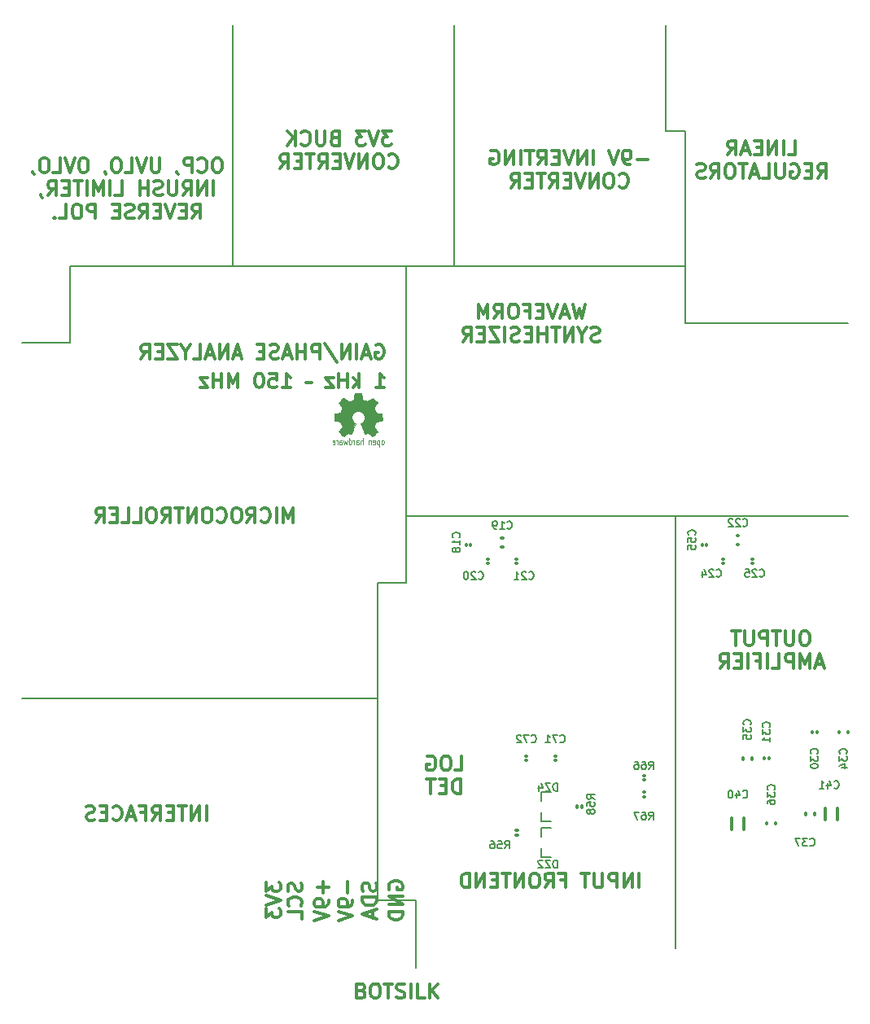
<source format=gbo>
G04 #@! TF.FileFunction,Legend,Bot*
%FSLAX46Y46*%
G04 Gerber Fmt 4.6, Leading zero omitted, Abs format (unit mm)*
G04 Created by KiCad (PCBNEW (2015-03-10 BZR 5500)-product) date Tue 10 Mar 2015 04:51:12 PM EDT*
%MOMM*%
G01*
G04 APERTURE LIST*
%ADD10C,0.100000*%
%ADD11C,0.300000*%
%ADD12C,0.200000*%
%ADD13C,0.075000*%
%ADD14C,0.002540*%
%ADD15C,0.350000*%
%ADD16C,0.150000*%
%ADD17C,1.200000*%
%ADD18R,4.500000X2.000000*%
%ADD19O,5.000000X2.000000*%
%ADD20C,6.000000*%
%ADD21C,1.000000*%
%ADD22R,1.150000X1.450000*%
%ADD23R,1.450000X1.150000*%
%ADD24R,1.800000X1.200000*%
%ADD25R,1.300000X0.900000*%
%ADD26R,1.300000X0.800000*%
%ADD27O,1.550000X1.550000*%
%ADD28O,1.250000X1.250000*%
%ADD29C,2.000000*%
%ADD30C,2.400000*%
%ADD31R,1.524000X2.286000*%
%ADD32O,1.524000X2.286000*%
%ADD33R,0.950000X0.900000*%
%ADD34R,0.900000X0.950000*%
%ADD35R,0.850000X1.000000*%
%ADD36R,1.000000X0.850000*%
%ADD37C,0.254000*%
G04 APERTURE END LIST*
D10*
D11*
X117357143Y-126392857D02*
X117571429Y-126464286D01*
X117642857Y-126535714D01*
X117714286Y-126678571D01*
X117714286Y-126892857D01*
X117642857Y-127035714D01*
X117571429Y-127107143D01*
X117428571Y-127178571D01*
X116857143Y-127178571D01*
X116857143Y-125678571D01*
X117357143Y-125678571D01*
X117500000Y-125750000D01*
X117571429Y-125821429D01*
X117642857Y-125964286D01*
X117642857Y-126107143D01*
X117571429Y-126250000D01*
X117500000Y-126321429D01*
X117357143Y-126392857D01*
X116857143Y-126392857D01*
X118642857Y-125678571D02*
X118928571Y-125678571D01*
X119071429Y-125750000D01*
X119214286Y-125892857D01*
X119285714Y-126178571D01*
X119285714Y-126678571D01*
X119214286Y-126964286D01*
X119071429Y-127107143D01*
X118928571Y-127178571D01*
X118642857Y-127178571D01*
X118500000Y-127107143D01*
X118357143Y-126964286D01*
X118285714Y-126678571D01*
X118285714Y-126178571D01*
X118357143Y-125892857D01*
X118500000Y-125750000D01*
X118642857Y-125678571D01*
X119714286Y-125678571D02*
X120571429Y-125678571D01*
X120142858Y-127178571D02*
X120142858Y-125678571D01*
X121000000Y-127107143D02*
X121214286Y-127178571D01*
X121571429Y-127178571D01*
X121714286Y-127107143D01*
X121785715Y-127035714D01*
X121857143Y-126892857D01*
X121857143Y-126750000D01*
X121785715Y-126607143D01*
X121714286Y-126535714D01*
X121571429Y-126464286D01*
X121285715Y-126392857D01*
X121142857Y-126321429D01*
X121071429Y-126250000D01*
X121000000Y-126107143D01*
X121000000Y-125964286D01*
X121071429Y-125821429D01*
X121142857Y-125750000D01*
X121285715Y-125678571D01*
X121642857Y-125678571D01*
X121857143Y-125750000D01*
X122500000Y-127178571D02*
X122500000Y-125678571D01*
X123928572Y-127178571D02*
X123214286Y-127178571D01*
X123214286Y-125678571D01*
X124428572Y-127178571D02*
X124428572Y-125678571D01*
X125285715Y-127178571D02*
X124642858Y-126321429D01*
X125285715Y-125678571D02*
X124428572Y-126535714D01*
X107428571Y-115142858D02*
X107428571Y-116071429D01*
X108000000Y-115571429D01*
X108000000Y-115785715D01*
X108071429Y-115928572D01*
X108142857Y-116000001D01*
X108285714Y-116071429D01*
X108642857Y-116071429D01*
X108785714Y-116000001D01*
X108857143Y-115928572D01*
X108928571Y-115785715D01*
X108928571Y-115357143D01*
X108857143Y-115214286D01*
X108785714Y-115142858D01*
X107428571Y-116500000D02*
X108928571Y-117000000D01*
X107428571Y-117500000D01*
X107428571Y-117857143D02*
X107428571Y-118785714D01*
X108000000Y-118285714D01*
X108000000Y-118500000D01*
X108071429Y-118642857D01*
X108142857Y-118714286D01*
X108285714Y-118785714D01*
X108642857Y-118785714D01*
X108785714Y-118714286D01*
X108857143Y-118642857D01*
X108928571Y-118500000D01*
X108928571Y-118071428D01*
X108857143Y-117928571D01*
X108785714Y-117857143D01*
X111107143Y-115214286D02*
X111178571Y-115428572D01*
X111178571Y-115785715D01*
X111107143Y-115928572D01*
X111035714Y-116000001D01*
X110892857Y-116071429D01*
X110750000Y-116071429D01*
X110607143Y-116000001D01*
X110535714Y-115928572D01*
X110464286Y-115785715D01*
X110392857Y-115500001D01*
X110321429Y-115357143D01*
X110250000Y-115285715D01*
X110107143Y-115214286D01*
X109964286Y-115214286D01*
X109821429Y-115285715D01*
X109750000Y-115357143D01*
X109678571Y-115500001D01*
X109678571Y-115857143D01*
X109750000Y-116071429D01*
X111035714Y-117571429D02*
X111107143Y-117500000D01*
X111178571Y-117285714D01*
X111178571Y-117142857D01*
X111107143Y-116928572D01*
X110964286Y-116785714D01*
X110821429Y-116714286D01*
X110535714Y-116642857D01*
X110321429Y-116642857D01*
X110035714Y-116714286D01*
X109892857Y-116785714D01*
X109750000Y-116928572D01*
X109678571Y-117142857D01*
X109678571Y-117285714D01*
X109750000Y-117500000D01*
X109821429Y-117571429D01*
X111178571Y-118928572D02*
X111178571Y-118214286D01*
X109678571Y-118214286D01*
X113357143Y-115071429D02*
X113357143Y-116214286D01*
X113928571Y-115642857D02*
X112785714Y-115642857D01*
X113928571Y-117000000D02*
X113928571Y-117285715D01*
X113857143Y-117428572D01*
X113785714Y-117500000D01*
X113571429Y-117642858D01*
X113285714Y-117714286D01*
X112714286Y-117714286D01*
X112571429Y-117642858D01*
X112500000Y-117571429D01*
X112428571Y-117428572D01*
X112428571Y-117142858D01*
X112500000Y-117000000D01*
X112571429Y-116928572D01*
X112714286Y-116857143D01*
X113071429Y-116857143D01*
X113214286Y-116928572D01*
X113285714Y-117000000D01*
X113357143Y-117142858D01*
X113357143Y-117428572D01*
X113285714Y-117571429D01*
X113214286Y-117642858D01*
X113071429Y-117714286D01*
X112428571Y-118142857D02*
X113928571Y-118642857D01*
X112428571Y-119142857D01*
X115857143Y-115071429D02*
X115857143Y-116214286D01*
X116428571Y-117000000D02*
X116428571Y-117285715D01*
X116357143Y-117428572D01*
X116285714Y-117500000D01*
X116071429Y-117642858D01*
X115785714Y-117714286D01*
X115214286Y-117714286D01*
X115071429Y-117642858D01*
X115000000Y-117571429D01*
X114928571Y-117428572D01*
X114928571Y-117142858D01*
X115000000Y-117000000D01*
X115071429Y-116928572D01*
X115214286Y-116857143D01*
X115571429Y-116857143D01*
X115714286Y-116928572D01*
X115785714Y-117000000D01*
X115857143Y-117142858D01*
X115857143Y-117428572D01*
X115785714Y-117571429D01*
X115714286Y-117642858D01*
X115571429Y-117714286D01*
X114928571Y-118142857D02*
X116428571Y-118642857D01*
X114928571Y-119142857D01*
X118857143Y-115178572D02*
X118928571Y-115392858D01*
X118928571Y-115750001D01*
X118857143Y-115892858D01*
X118785714Y-115964287D01*
X118642857Y-116035715D01*
X118500000Y-116035715D01*
X118357143Y-115964287D01*
X118285714Y-115892858D01*
X118214286Y-115750001D01*
X118142857Y-115464287D01*
X118071429Y-115321429D01*
X118000000Y-115250001D01*
X117857143Y-115178572D01*
X117714286Y-115178572D01*
X117571429Y-115250001D01*
X117500000Y-115321429D01*
X117428571Y-115464287D01*
X117428571Y-115821429D01*
X117500000Y-116035715D01*
X118928571Y-116678572D02*
X117428571Y-116678572D01*
X117428571Y-117035715D01*
X117500000Y-117250000D01*
X117642857Y-117392858D01*
X117785714Y-117464286D01*
X118071429Y-117535715D01*
X118285714Y-117535715D01*
X118571429Y-117464286D01*
X118714286Y-117392858D01*
X118857143Y-117250000D01*
X118928571Y-117035715D01*
X118928571Y-116678572D01*
X118500000Y-118107143D02*
X118500000Y-118821429D01*
X118928571Y-117964286D02*
X117428571Y-118464286D01*
X118928571Y-118964286D01*
X120250000Y-115857143D02*
X120178571Y-115714286D01*
X120178571Y-115500000D01*
X120250000Y-115285715D01*
X120392857Y-115142857D01*
X120535714Y-115071429D01*
X120821429Y-115000000D01*
X121035714Y-115000000D01*
X121321429Y-115071429D01*
X121464286Y-115142857D01*
X121607143Y-115285715D01*
X121678571Y-115500000D01*
X121678571Y-115642857D01*
X121607143Y-115857143D01*
X121535714Y-115928572D01*
X121035714Y-115928572D01*
X121035714Y-115642857D01*
X121678571Y-116571429D02*
X120178571Y-116571429D01*
X121678571Y-117428572D01*
X120178571Y-117428572D01*
X121678571Y-118142858D02*
X120178571Y-118142858D01*
X120178571Y-118500001D01*
X120250000Y-118714286D01*
X120392857Y-118857144D01*
X120535714Y-118928572D01*
X120821429Y-119000001D01*
X121035714Y-119000001D01*
X121321429Y-118928572D01*
X121464286Y-118857144D01*
X121607143Y-118714286D01*
X121678571Y-118500001D01*
X121678571Y-118142858D01*
X101214285Y-108678571D02*
X101214285Y-107178571D01*
X100499999Y-108678571D02*
X100499999Y-107178571D01*
X99642856Y-108678571D01*
X99642856Y-107178571D01*
X99142856Y-107178571D02*
X98285713Y-107178571D01*
X98714284Y-108678571D02*
X98714284Y-107178571D01*
X97785713Y-107892857D02*
X97285713Y-107892857D01*
X97071427Y-108678571D02*
X97785713Y-108678571D01*
X97785713Y-107178571D01*
X97071427Y-107178571D01*
X95571427Y-108678571D02*
X96071427Y-107964286D01*
X96428570Y-108678571D02*
X96428570Y-107178571D01*
X95857142Y-107178571D01*
X95714284Y-107250000D01*
X95642856Y-107321429D01*
X95571427Y-107464286D01*
X95571427Y-107678571D01*
X95642856Y-107821429D01*
X95714284Y-107892857D01*
X95857142Y-107964286D01*
X96428570Y-107964286D01*
X94428570Y-107892857D02*
X94928570Y-107892857D01*
X94928570Y-108678571D02*
X94928570Y-107178571D01*
X94214284Y-107178571D01*
X93714285Y-108250000D02*
X92999999Y-108250000D01*
X93857142Y-108678571D02*
X93357142Y-107178571D01*
X92857142Y-108678571D01*
X91499999Y-108535714D02*
X91571428Y-108607143D01*
X91785714Y-108678571D01*
X91928571Y-108678571D01*
X92142856Y-108607143D01*
X92285714Y-108464286D01*
X92357142Y-108321429D01*
X92428571Y-108035714D01*
X92428571Y-107821429D01*
X92357142Y-107535714D01*
X92285714Y-107392857D01*
X92142856Y-107250000D01*
X91928571Y-107178571D01*
X91785714Y-107178571D01*
X91571428Y-107250000D01*
X91499999Y-107321429D01*
X90857142Y-107892857D02*
X90357142Y-107892857D01*
X90142856Y-108678571D02*
X90857142Y-108678571D01*
X90857142Y-107178571D01*
X90142856Y-107178571D01*
X89571428Y-108607143D02*
X89357142Y-108678571D01*
X88999999Y-108678571D01*
X88857142Y-108607143D01*
X88785713Y-108535714D01*
X88714285Y-108392857D01*
X88714285Y-108250000D01*
X88785713Y-108107143D01*
X88857142Y-108035714D01*
X88999999Y-107964286D01*
X89285713Y-107892857D01*
X89428571Y-107821429D01*
X89499999Y-107750000D01*
X89571428Y-107607143D01*
X89571428Y-107464286D01*
X89499999Y-107321429D01*
X89428571Y-107250000D01*
X89285713Y-107178571D01*
X88928571Y-107178571D01*
X88714285Y-107250000D01*
X127071428Y-103478571D02*
X127785714Y-103478571D01*
X127785714Y-101978571D01*
X126285714Y-101978571D02*
X126000000Y-101978571D01*
X125857142Y-102050000D01*
X125714285Y-102192857D01*
X125642857Y-102478571D01*
X125642857Y-102978571D01*
X125714285Y-103264286D01*
X125857142Y-103407143D01*
X126000000Y-103478571D01*
X126285714Y-103478571D01*
X126428571Y-103407143D01*
X126571428Y-103264286D01*
X126642857Y-102978571D01*
X126642857Y-102478571D01*
X126571428Y-102192857D01*
X126428571Y-102050000D01*
X126285714Y-101978571D01*
X124214285Y-102050000D02*
X124357142Y-101978571D01*
X124571428Y-101978571D01*
X124785713Y-102050000D01*
X124928571Y-102192857D01*
X124999999Y-102335714D01*
X125071428Y-102621429D01*
X125071428Y-102835714D01*
X124999999Y-103121429D01*
X124928571Y-103264286D01*
X124785713Y-103407143D01*
X124571428Y-103478571D01*
X124428571Y-103478571D01*
X124214285Y-103407143D01*
X124142856Y-103335714D01*
X124142856Y-102835714D01*
X124428571Y-102835714D01*
X127642857Y-105878571D02*
X127642857Y-104378571D01*
X127285714Y-104378571D01*
X127071429Y-104450000D01*
X126928571Y-104592857D01*
X126857143Y-104735714D01*
X126785714Y-105021429D01*
X126785714Y-105235714D01*
X126857143Y-105521429D01*
X126928571Y-105664286D01*
X127071429Y-105807143D01*
X127285714Y-105878571D01*
X127642857Y-105878571D01*
X126142857Y-105092857D02*
X125642857Y-105092857D01*
X125428571Y-105878571D02*
X126142857Y-105878571D01*
X126142857Y-104378571D01*
X125428571Y-104378571D01*
X125000000Y-104378571D02*
X124142857Y-104378571D01*
X124571428Y-105878571D02*
X124571428Y-104378571D01*
X146214286Y-115678571D02*
X146214286Y-114178571D01*
X145500000Y-115678571D02*
X145500000Y-114178571D01*
X144642857Y-115678571D01*
X144642857Y-114178571D01*
X143928571Y-115678571D02*
X143928571Y-114178571D01*
X143357143Y-114178571D01*
X143214285Y-114250000D01*
X143142857Y-114321429D01*
X143071428Y-114464286D01*
X143071428Y-114678571D01*
X143142857Y-114821429D01*
X143214285Y-114892857D01*
X143357143Y-114964286D01*
X143928571Y-114964286D01*
X142428571Y-114178571D02*
X142428571Y-115392857D01*
X142357143Y-115535714D01*
X142285714Y-115607143D01*
X142142857Y-115678571D01*
X141857143Y-115678571D01*
X141714285Y-115607143D01*
X141642857Y-115535714D01*
X141571428Y-115392857D01*
X141571428Y-114178571D01*
X141071428Y-114178571D02*
X140214285Y-114178571D01*
X140642856Y-115678571D02*
X140642856Y-114178571D01*
X138071428Y-114892857D02*
X138571428Y-114892857D01*
X138571428Y-115678571D02*
X138571428Y-114178571D01*
X137857142Y-114178571D01*
X136428571Y-115678571D02*
X136928571Y-114964286D01*
X137285714Y-115678571D02*
X137285714Y-114178571D01*
X136714286Y-114178571D01*
X136571428Y-114250000D01*
X136500000Y-114321429D01*
X136428571Y-114464286D01*
X136428571Y-114678571D01*
X136500000Y-114821429D01*
X136571428Y-114892857D01*
X136714286Y-114964286D01*
X137285714Y-114964286D01*
X135500000Y-114178571D02*
X135214286Y-114178571D01*
X135071428Y-114250000D01*
X134928571Y-114392857D01*
X134857143Y-114678571D01*
X134857143Y-115178571D01*
X134928571Y-115464286D01*
X135071428Y-115607143D01*
X135214286Y-115678571D01*
X135500000Y-115678571D01*
X135642857Y-115607143D01*
X135785714Y-115464286D01*
X135857143Y-115178571D01*
X135857143Y-114678571D01*
X135785714Y-114392857D01*
X135642857Y-114250000D01*
X135500000Y-114178571D01*
X134214285Y-115678571D02*
X134214285Y-114178571D01*
X133357142Y-115678571D01*
X133357142Y-114178571D01*
X132857142Y-114178571D02*
X131999999Y-114178571D01*
X132428570Y-115678571D02*
X132428570Y-114178571D01*
X131499999Y-114892857D02*
X130999999Y-114892857D01*
X130785713Y-115678571D02*
X131499999Y-115678571D01*
X131499999Y-114178571D01*
X130785713Y-114178571D01*
X130142856Y-115678571D02*
X130142856Y-114178571D01*
X129285713Y-115678571D01*
X129285713Y-114178571D01*
X128571427Y-115678571D02*
X128571427Y-114178571D01*
X128214284Y-114178571D01*
X127999999Y-114250000D01*
X127857141Y-114392857D01*
X127785713Y-114535714D01*
X127714284Y-114821429D01*
X127714284Y-115035714D01*
X127785713Y-115321429D01*
X127857141Y-115464286D01*
X127999999Y-115607143D01*
X128214284Y-115678571D01*
X128571427Y-115678571D01*
X163607143Y-88978571D02*
X163321429Y-88978571D01*
X163178571Y-89050000D01*
X163035714Y-89192857D01*
X162964286Y-89478571D01*
X162964286Y-89978571D01*
X163035714Y-90264286D01*
X163178571Y-90407143D01*
X163321429Y-90478571D01*
X163607143Y-90478571D01*
X163750000Y-90407143D01*
X163892857Y-90264286D01*
X163964286Y-89978571D01*
X163964286Y-89478571D01*
X163892857Y-89192857D01*
X163750000Y-89050000D01*
X163607143Y-88978571D01*
X162321428Y-88978571D02*
X162321428Y-90192857D01*
X162250000Y-90335714D01*
X162178571Y-90407143D01*
X162035714Y-90478571D01*
X161750000Y-90478571D01*
X161607142Y-90407143D01*
X161535714Y-90335714D01*
X161464285Y-90192857D01*
X161464285Y-88978571D01*
X160964285Y-88978571D02*
X160107142Y-88978571D01*
X160535713Y-90478571D02*
X160535713Y-88978571D01*
X159607142Y-90478571D02*
X159607142Y-88978571D01*
X159035714Y-88978571D01*
X158892856Y-89050000D01*
X158821428Y-89121429D01*
X158749999Y-89264286D01*
X158749999Y-89478571D01*
X158821428Y-89621429D01*
X158892856Y-89692857D01*
X159035714Y-89764286D01*
X159607142Y-89764286D01*
X158107142Y-88978571D02*
X158107142Y-90192857D01*
X158035714Y-90335714D01*
X157964285Y-90407143D01*
X157821428Y-90478571D01*
X157535714Y-90478571D01*
X157392856Y-90407143D01*
X157321428Y-90335714D01*
X157249999Y-90192857D01*
X157249999Y-88978571D01*
X156749999Y-88978571D02*
X155892856Y-88978571D01*
X156321427Y-90478571D02*
X156321427Y-88978571D01*
X165357143Y-92450000D02*
X164642857Y-92450000D01*
X165500000Y-92878571D02*
X165000000Y-91378571D01*
X164500000Y-92878571D01*
X164000000Y-92878571D02*
X164000000Y-91378571D01*
X163500000Y-92450000D01*
X163000000Y-91378571D01*
X163000000Y-92878571D01*
X162285714Y-92878571D02*
X162285714Y-91378571D01*
X161714286Y-91378571D01*
X161571428Y-91450000D01*
X161500000Y-91521429D01*
X161428571Y-91664286D01*
X161428571Y-91878571D01*
X161500000Y-92021429D01*
X161571428Y-92092857D01*
X161714286Y-92164286D01*
X162285714Y-92164286D01*
X160071428Y-92878571D02*
X160785714Y-92878571D01*
X160785714Y-91378571D01*
X159571428Y-92878571D02*
X159571428Y-91378571D01*
X158357142Y-92092857D02*
X158857142Y-92092857D01*
X158857142Y-92878571D02*
X158857142Y-91378571D01*
X158142856Y-91378571D01*
X157571428Y-92878571D02*
X157571428Y-91378571D01*
X156857142Y-92092857D02*
X156357142Y-92092857D01*
X156142856Y-92878571D02*
X156857142Y-92878571D01*
X156857142Y-91378571D01*
X156142856Y-91378571D01*
X154642856Y-92878571D02*
X155142856Y-92164286D01*
X155499999Y-92878571D02*
X155499999Y-91378571D01*
X154928571Y-91378571D01*
X154785713Y-91450000D01*
X154714285Y-91521429D01*
X154642856Y-91664286D01*
X154642856Y-91878571D01*
X154714285Y-92021429D01*
X154785713Y-92092857D01*
X154928571Y-92164286D01*
X155499999Y-92164286D01*
X140642857Y-54978571D02*
X140285714Y-56478571D01*
X140000000Y-55407143D01*
X139714286Y-56478571D01*
X139357143Y-54978571D01*
X138857143Y-56050000D02*
X138142857Y-56050000D01*
X139000000Y-56478571D02*
X138500000Y-54978571D01*
X138000000Y-56478571D01*
X137714286Y-54978571D02*
X137214286Y-56478571D01*
X136714286Y-54978571D01*
X136214286Y-55692857D02*
X135714286Y-55692857D01*
X135500000Y-56478571D02*
X136214286Y-56478571D01*
X136214286Y-54978571D01*
X135500000Y-54978571D01*
X134357143Y-55692857D02*
X134857143Y-55692857D01*
X134857143Y-56478571D02*
X134857143Y-54978571D01*
X134142857Y-54978571D01*
X133285715Y-54978571D02*
X133000001Y-54978571D01*
X132857143Y-55050000D01*
X132714286Y-55192857D01*
X132642858Y-55478571D01*
X132642858Y-55978571D01*
X132714286Y-56264286D01*
X132857143Y-56407143D01*
X133000001Y-56478571D01*
X133285715Y-56478571D01*
X133428572Y-56407143D01*
X133571429Y-56264286D01*
X133642858Y-55978571D01*
X133642858Y-55478571D01*
X133571429Y-55192857D01*
X133428572Y-55050000D01*
X133285715Y-54978571D01*
X131142857Y-56478571D02*
X131642857Y-55764286D01*
X132000000Y-56478571D02*
X132000000Y-54978571D01*
X131428572Y-54978571D01*
X131285714Y-55050000D01*
X131214286Y-55121429D01*
X131142857Y-55264286D01*
X131142857Y-55478571D01*
X131214286Y-55621429D01*
X131285714Y-55692857D01*
X131428572Y-55764286D01*
X132000000Y-55764286D01*
X130500000Y-56478571D02*
X130500000Y-54978571D01*
X130000000Y-56050000D01*
X129500000Y-54978571D01*
X129500000Y-56478571D01*
X142107143Y-58807143D02*
X141892857Y-58878571D01*
X141535714Y-58878571D01*
X141392857Y-58807143D01*
X141321428Y-58735714D01*
X141250000Y-58592857D01*
X141250000Y-58450000D01*
X141321428Y-58307143D01*
X141392857Y-58235714D01*
X141535714Y-58164286D01*
X141821428Y-58092857D01*
X141964286Y-58021429D01*
X142035714Y-57950000D01*
X142107143Y-57807143D01*
X142107143Y-57664286D01*
X142035714Y-57521429D01*
X141964286Y-57450000D01*
X141821428Y-57378571D01*
X141464286Y-57378571D01*
X141250000Y-57450000D01*
X140321429Y-58164286D02*
X140321429Y-58878571D01*
X140821429Y-57378571D02*
X140321429Y-58164286D01*
X139821429Y-57378571D01*
X139321429Y-58878571D02*
X139321429Y-57378571D01*
X138464286Y-58878571D01*
X138464286Y-57378571D01*
X137964286Y-57378571D02*
X137107143Y-57378571D01*
X137535714Y-58878571D02*
X137535714Y-57378571D01*
X136607143Y-58878571D02*
X136607143Y-57378571D01*
X136607143Y-58092857D02*
X135750000Y-58092857D01*
X135750000Y-58878571D02*
X135750000Y-57378571D01*
X135035714Y-58092857D02*
X134535714Y-58092857D01*
X134321428Y-58878571D02*
X135035714Y-58878571D01*
X135035714Y-57378571D01*
X134321428Y-57378571D01*
X133750000Y-58807143D02*
X133535714Y-58878571D01*
X133178571Y-58878571D01*
X133035714Y-58807143D01*
X132964285Y-58735714D01*
X132892857Y-58592857D01*
X132892857Y-58450000D01*
X132964285Y-58307143D01*
X133035714Y-58235714D01*
X133178571Y-58164286D01*
X133464285Y-58092857D01*
X133607143Y-58021429D01*
X133678571Y-57950000D01*
X133750000Y-57807143D01*
X133750000Y-57664286D01*
X133678571Y-57521429D01*
X133607143Y-57450000D01*
X133464285Y-57378571D01*
X133107143Y-57378571D01*
X132892857Y-57450000D01*
X132250000Y-58878571D02*
X132250000Y-57378571D01*
X131678571Y-57378571D02*
X130678571Y-57378571D01*
X131678571Y-58878571D01*
X130678571Y-58878571D01*
X130107143Y-58092857D02*
X129607143Y-58092857D01*
X129392857Y-58878571D02*
X130107143Y-58878571D01*
X130107143Y-57378571D01*
X129392857Y-57378571D01*
X127892857Y-58878571D02*
X128392857Y-58164286D01*
X128750000Y-58878571D02*
X128750000Y-57378571D01*
X128178572Y-57378571D01*
X128035714Y-57450000D01*
X127964286Y-57521429D01*
X127892857Y-57664286D01*
X127892857Y-57878571D01*
X127964286Y-58021429D01*
X128035714Y-58092857D01*
X128178572Y-58164286D01*
X128750000Y-58164286D01*
X110214287Y-77678571D02*
X110214287Y-76178571D01*
X109714287Y-77250000D01*
X109214287Y-76178571D01*
X109214287Y-77678571D01*
X108500001Y-77678571D02*
X108500001Y-76178571D01*
X106928572Y-77535714D02*
X107000001Y-77607143D01*
X107214287Y-77678571D01*
X107357144Y-77678571D01*
X107571429Y-77607143D01*
X107714287Y-77464286D01*
X107785715Y-77321429D01*
X107857144Y-77035714D01*
X107857144Y-76821429D01*
X107785715Y-76535714D01*
X107714287Y-76392857D01*
X107571429Y-76250000D01*
X107357144Y-76178571D01*
X107214287Y-76178571D01*
X107000001Y-76250000D01*
X106928572Y-76321429D01*
X105428572Y-77678571D02*
X105928572Y-76964286D01*
X106285715Y-77678571D02*
X106285715Y-76178571D01*
X105714287Y-76178571D01*
X105571429Y-76250000D01*
X105500001Y-76321429D01*
X105428572Y-76464286D01*
X105428572Y-76678571D01*
X105500001Y-76821429D01*
X105571429Y-76892857D01*
X105714287Y-76964286D01*
X106285715Y-76964286D01*
X104500001Y-76178571D02*
X104214287Y-76178571D01*
X104071429Y-76250000D01*
X103928572Y-76392857D01*
X103857144Y-76678571D01*
X103857144Y-77178571D01*
X103928572Y-77464286D01*
X104071429Y-77607143D01*
X104214287Y-77678571D01*
X104500001Y-77678571D01*
X104642858Y-77607143D01*
X104785715Y-77464286D01*
X104857144Y-77178571D01*
X104857144Y-76678571D01*
X104785715Y-76392857D01*
X104642858Y-76250000D01*
X104500001Y-76178571D01*
X102357143Y-77535714D02*
X102428572Y-77607143D01*
X102642858Y-77678571D01*
X102785715Y-77678571D01*
X103000000Y-77607143D01*
X103142858Y-77464286D01*
X103214286Y-77321429D01*
X103285715Y-77035714D01*
X103285715Y-76821429D01*
X103214286Y-76535714D01*
X103142858Y-76392857D01*
X103000000Y-76250000D01*
X102785715Y-76178571D01*
X102642858Y-76178571D01*
X102428572Y-76250000D01*
X102357143Y-76321429D01*
X101428572Y-76178571D02*
X101142858Y-76178571D01*
X101000000Y-76250000D01*
X100857143Y-76392857D01*
X100785715Y-76678571D01*
X100785715Y-77178571D01*
X100857143Y-77464286D01*
X101000000Y-77607143D01*
X101142858Y-77678571D01*
X101428572Y-77678571D01*
X101571429Y-77607143D01*
X101714286Y-77464286D01*
X101785715Y-77178571D01*
X101785715Y-76678571D01*
X101714286Y-76392857D01*
X101571429Y-76250000D01*
X101428572Y-76178571D01*
X100142857Y-77678571D02*
X100142857Y-76178571D01*
X99285714Y-77678571D01*
X99285714Y-76178571D01*
X98785714Y-76178571D02*
X97928571Y-76178571D01*
X98357142Y-77678571D02*
X98357142Y-76178571D01*
X96571428Y-77678571D02*
X97071428Y-76964286D01*
X97428571Y-77678571D02*
X97428571Y-76178571D01*
X96857143Y-76178571D01*
X96714285Y-76250000D01*
X96642857Y-76321429D01*
X96571428Y-76464286D01*
X96571428Y-76678571D01*
X96642857Y-76821429D01*
X96714285Y-76892857D01*
X96857143Y-76964286D01*
X97428571Y-76964286D01*
X95642857Y-76178571D02*
X95357143Y-76178571D01*
X95214285Y-76250000D01*
X95071428Y-76392857D01*
X95000000Y-76678571D01*
X95000000Y-77178571D01*
X95071428Y-77464286D01*
X95214285Y-77607143D01*
X95357143Y-77678571D01*
X95642857Y-77678571D01*
X95785714Y-77607143D01*
X95928571Y-77464286D01*
X96000000Y-77178571D01*
X96000000Y-76678571D01*
X95928571Y-76392857D01*
X95785714Y-76250000D01*
X95642857Y-76178571D01*
X93642856Y-77678571D02*
X94357142Y-77678571D01*
X94357142Y-76178571D01*
X92428570Y-77678571D02*
X93142856Y-77678571D01*
X93142856Y-76178571D01*
X91928570Y-76892857D02*
X91428570Y-76892857D01*
X91214284Y-77678571D02*
X91928570Y-77678571D01*
X91928570Y-76178571D01*
X91214284Y-76178571D01*
X89714284Y-77678571D02*
X90214284Y-76964286D01*
X90571427Y-77678571D02*
X90571427Y-76178571D01*
X89999999Y-76178571D01*
X89857141Y-76250000D01*
X89785713Y-76321429D01*
X89714284Y-76464286D01*
X89714284Y-76678571D01*
X89785713Y-76821429D01*
X89857141Y-76892857D01*
X89999999Y-76964286D01*
X90571427Y-76964286D01*
X161750000Y-39478571D02*
X162464286Y-39478571D01*
X162464286Y-37978571D01*
X161250000Y-39478571D02*
X161250000Y-37978571D01*
X160535714Y-39478571D02*
X160535714Y-37978571D01*
X159678571Y-39478571D01*
X159678571Y-37978571D01*
X158964285Y-38692857D02*
X158464285Y-38692857D01*
X158249999Y-39478571D02*
X158964285Y-39478571D01*
X158964285Y-37978571D01*
X158249999Y-37978571D01*
X157678571Y-39050000D02*
X156964285Y-39050000D01*
X157821428Y-39478571D02*
X157321428Y-37978571D01*
X156821428Y-39478571D01*
X155464285Y-39478571D02*
X155964285Y-38764286D01*
X156321428Y-39478571D02*
X156321428Y-37978571D01*
X155750000Y-37978571D01*
X155607142Y-38050000D01*
X155535714Y-38121429D01*
X155464285Y-38264286D01*
X155464285Y-38478571D01*
X155535714Y-38621429D01*
X155607142Y-38692857D01*
X155750000Y-38764286D01*
X156321428Y-38764286D01*
X164821428Y-41878571D02*
X165321428Y-41164286D01*
X165678571Y-41878571D02*
X165678571Y-40378571D01*
X165107143Y-40378571D01*
X164964285Y-40450000D01*
X164892857Y-40521429D01*
X164821428Y-40664286D01*
X164821428Y-40878571D01*
X164892857Y-41021429D01*
X164964285Y-41092857D01*
X165107143Y-41164286D01*
X165678571Y-41164286D01*
X164178571Y-41092857D02*
X163678571Y-41092857D01*
X163464285Y-41878571D02*
X164178571Y-41878571D01*
X164178571Y-40378571D01*
X163464285Y-40378571D01*
X162035714Y-40450000D02*
X162178571Y-40378571D01*
X162392857Y-40378571D01*
X162607142Y-40450000D01*
X162750000Y-40592857D01*
X162821428Y-40735714D01*
X162892857Y-41021429D01*
X162892857Y-41235714D01*
X162821428Y-41521429D01*
X162750000Y-41664286D01*
X162607142Y-41807143D01*
X162392857Y-41878571D01*
X162250000Y-41878571D01*
X162035714Y-41807143D01*
X161964285Y-41735714D01*
X161964285Y-41235714D01*
X162250000Y-41235714D01*
X161321428Y-40378571D02*
X161321428Y-41592857D01*
X161250000Y-41735714D01*
X161178571Y-41807143D01*
X161035714Y-41878571D01*
X160750000Y-41878571D01*
X160607142Y-41807143D01*
X160535714Y-41735714D01*
X160464285Y-41592857D01*
X160464285Y-40378571D01*
X159035713Y-41878571D02*
X159749999Y-41878571D01*
X159749999Y-40378571D01*
X158607142Y-41450000D02*
X157892856Y-41450000D01*
X158749999Y-41878571D02*
X158249999Y-40378571D01*
X157749999Y-41878571D01*
X157464285Y-40378571D02*
X156607142Y-40378571D01*
X157035713Y-41878571D02*
X157035713Y-40378571D01*
X155821428Y-40378571D02*
X155535714Y-40378571D01*
X155392856Y-40450000D01*
X155249999Y-40592857D01*
X155178571Y-40878571D01*
X155178571Y-41378571D01*
X155249999Y-41664286D01*
X155392856Y-41807143D01*
X155535714Y-41878571D01*
X155821428Y-41878571D01*
X155964285Y-41807143D01*
X156107142Y-41664286D01*
X156178571Y-41378571D01*
X156178571Y-40878571D01*
X156107142Y-40592857D01*
X155964285Y-40450000D01*
X155821428Y-40378571D01*
X153678570Y-41878571D02*
X154178570Y-41164286D01*
X154535713Y-41878571D02*
X154535713Y-40378571D01*
X153964285Y-40378571D01*
X153821427Y-40450000D01*
X153749999Y-40521429D01*
X153678570Y-40664286D01*
X153678570Y-40878571D01*
X153749999Y-41021429D01*
X153821427Y-41092857D01*
X153964285Y-41164286D01*
X154535713Y-41164286D01*
X153107142Y-41807143D02*
X152892856Y-41878571D01*
X152535713Y-41878571D01*
X152392856Y-41807143D01*
X152321427Y-41735714D01*
X152249999Y-41592857D01*
X152249999Y-41450000D01*
X152321427Y-41307143D01*
X152392856Y-41235714D01*
X152535713Y-41164286D01*
X152821427Y-41092857D01*
X152964285Y-41021429D01*
X153035713Y-40950000D01*
X153107142Y-40807143D01*
X153107142Y-40664286D01*
X153035713Y-40521429D01*
X152964285Y-40450000D01*
X152821427Y-40378571D01*
X152464285Y-40378571D01*
X152249999Y-40450000D01*
X147178571Y-39907143D02*
X146035714Y-39907143D01*
X145250000Y-40478571D02*
X144964285Y-40478571D01*
X144821428Y-40407143D01*
X144750000Y-40335714D01*
X144607142Y-40121429D01*
X144535714Y-39835714D01*
X144535714Y-39264286D01*
X144607142Y-39121429D01*
X144678571Y-39050000D01*
X144821428Y-38978571D01*
X145107142Y-38978571D01*
X145250000Y-39050000D01*
X145321428Y-39121429D01*
X145392857Y-39264286D01*
X145392857Y-39621429D01*
X145321428Y-39764286D01*
X145250000Y-39835714D01*
X145107142Y-39907143D01*
X144821428Y-39907143D01*
X144678571Y-39835714D01*
X144607142Y-39764286D01*
X144535714Y-39621429D01*
X144107143Y-38978571D02*
X143607143Y-40478571D01*
X143107143Y-38978571D01*
X141464286Y-40478571D02*
X141464286Y-38978571D01*
X140750000Y-40478571D02*
X140750000Y-38978571D01*
X139892857Y-40478571D01*
X139892857Y-38978571D01*
X139392857Y-38978571D02*
X138892857Y-40478571D01*
X138392857Y-38978571D01*
X137892857Y-39692857D02*
X137392857Y-39692857D01*
X137178571Y-40478571D02*
X137892857Y-40478571D01*
X137892857Y-38978571D01*
X137178571Y-38978571D01*
X135678571Y-40478571D02*
X136178571Y-39764286D01*
X136535714Y-40478571D02*
X136535714Y-38978571D01*
X135964286Y-38978571D01*
X135821428Y-39050000D01*
X135750000Y-39121429D01*
X135678571Y-39264286D01*
X135678571Y-39478571D01*
X135750000Y-39621429D01*
X135821428Y-39692857D01*
X135964286Y-39764286D01*
X136535714Y-39764286D01*
X135250000Y-38978571D02*
X134392857Y-38978571D01*
X134821428Y-40478571D02*
X134821428Y-38978571D01*
X133892857Y-40478571D02*
X133892857Y-38978571D01*
X133178571Y-40478571D02*
X133178571Y-38978571D01*
X132321428Y-40478571D01*
X132321428Y-38978571D01*
X130821428Y-39050000D02*
X130964285Y-38978571D01*
X131178571Y-38978571D01*
X131392856Y-39050000D01*
X131535714Y-39192857D01*
X131607142Y-39335714D01*
X131678571Y-39621429D01*
X131678571Y-39835714D01*
X131607142Y-40121429D01*
X131535714Y-40264286D01*
X131392856Y-40407143D01*
X131178571Y-40478571D01*
X131035714Y-40478571D01*
X130821428Y-40407143D01*
X130749999Y-40335714D01*
X130749999Y-39835714D01*
X131035714Y-39835714D01*
X144178571Y-42735714D02*
X144250000Y-42807143D01*
X144464286Y-42878571D01*
X144607143Y-42878571D01*
X144821428Y-42807143D01*
X144964286Y-42664286D01*
X145035714Y-42521429D01*
X145107143Y-42235714D01*
X145107143Y-42021429D01*
X145035714Y-41735714D01*
X144964286Y-41592857D01*
X144821428Y-41450000D01*
X144607143Y-41378571D01*
X144464286Y-41378571D01*
X144250000Y-41450000D01*
X144178571Y-41521429D01*
X143250000Y-41378571D02*
X142964286Y-41378571D01*
X142821428Y-41450000D01*
X142678571Y-41592857D01*
X142607143Y-41878571D01*
X142607143Y-42378571D01*
X142678571Y-42664286D01*
X142821428Y-42807143D01*
X142964286Y-42878571D01*
X143250000Y-42878571D01*
X143392857Y-42807143D01*
X143535714Y-42664286D01*
X143607143Y-42378571D01*
X143607143Y-41878571D01*
X143535714Y-41592857D01*
X143392857Y-41450000D01*
X143250000Y-41378571D01*
X141964285Y-42878571D02*
X141964285Y-41378571D01*
X141107142Y-42878571D01*
X141107142Y-41378571D01*
X140607142Y-41378571D02*
X140107142Y-42878571D01*
X139607142Y-41378571D01*
X139107142Y-42092857D02*
X138607142Y-42092857D01*
X138392856Y-42878571D02*
X139107142Y-42878571D01*
X139107142Y-41378571D01*
X138392856Y-41378571D01*
X136892856Y-42878571D02*
X137392856Y-42164286D01*
X137749999Y-42878571D02*
X137749999Y-41378571D01*
X137178571Y-41378571D01*
X137035713Y-41450000D01*
X136964285Y-41521429D01*
X136892856Y-41664286D01*
X136892856Y-41878571D01*
X136964285Y-42021429D01*
X137035713Y-42092857D01*
X137178571Y-42164286D01*
X137749999Y-42164286D01*
X136464285Y-41378571D02*
X135607142Y-41378571D01*
X136035713Y-42878571D02*
X136035713Y-41378571D01*
X135107142Y-42092857D02*
X134607142Y-42092857D01*
X134392856Y-42878571D02*
X135107142Y-42878571D01*
X135107142Y-41378571D01*
X134392856Y-41378571D01*
X132892856Y-42878571D02*
X133392856Y-42164286D01*
X133749999Y-42878571D02*
X133749999Y-41378571D01*
X133178571Y-41378571D01*
X133035713Y-41450000D01*
X132964285Y-41521429D01*
X132892856Y-41664286D01*
X132892856Y-41878571D01*
X132964285Y-42021429D01*
X133035713Y-42092857D01*
X133178571Y-42164286D01*
X133749999Y-42164286D01*
X120464285Y-36978571D02*
X119535714Y-36978571D01*
X120035714Y-37550000D01*
X119821428Y-37550000D01*
X119678571Y-37621429D01*
X119607142Y-37692857D01*
X119535714Y-37835714D01*
X119535714Y-38192857D01*
X119607142Y-38335714D01*
X119678571Y-38407143D01*
X119821428Y-38478571D01*
X120250000Y-38478571D01*
X120392857Y-38407143D01*
X120464285Y-38335714D01*
X119107143Y-36978571D02*
X118607143Y-38478571D01*
X118107143Y-36978571D01*
X117750000Y-36978571D02*
X116821429Y-36978571D01*
X117321429Y-37550000D01*
X117107143Y-37550000D01*
X116964286Y-37621429D01*
X116892857Y-37692857D01*
X116821429Y-37835714D01*
X116821429Y-38192857D01*
X116892857Y-38335714D01*
X116964286Y-38407143D01*
X117107143Y-38478571D01*
X117535715Y-38478571D01*
X117678572Y-38407143D01*
X117750000Y-38335714D01*
X114535715Y-37692857D02*
X114321429Y-37764286D01*
X114250001Y-37835714D01*
X114178572Y-37978571D01*
X114178572Y-38192857D01*
X114250001Y-38335714D01*
X114321429Y-38407143D01*
X114464287Y-38478571D01*
X115035715Y-38478571D01*
X115035715Y-36978571D01*
X114535715Y-36978571D01*
X114392858Y-37050000D01*
X114321429Y-37121429D01*
X114250001Y-37264286D01*
X114250001Y-37407143D01*
X114321429Y-37550000D01*
X114392858Y-37621429D01*
X114535715Y-37692857D01*
X115035715Y-37692857D01*
X113535715Y-36978571D02*
X113535715Y-38192857D01*
X113464287Y-38335714D01*
X113392858Y-38407143D01*
X113250001Y-38478571D01*
X112964287Y-38478571D01*
X112821429Y-38407143D01*
X112750001Y-38335714D01*
X112678572Y-38192857D01*
X112678572Y-36978571D01*
X111107143Y-38335714D02*
X111178572Y-38407143D01*
X111392858Y-38478571D01*
X111535715Y-38478571D01*
X111750000Y-38407143D01*
X111892858Y-38264286D01*
X111964286Y-38121429D01*
X112035715Y-37835714D01*
X112035715Y-37621429D01*
X111964286Y-37335714D01*
X111892858Y-37192857D01*
X111750000Y-37050000D01*
X111535715Y-36978571D01*
X111392858Y-36978571D01*
X111178572Y-37050000D01*
X111107143Y-37121429D01*
X110464286Y-38478571D02*
X110464286Y-36978571D01*
X109607143Y-38478571D02*
X110250000Y-37621429D01*
X109607143Y-36978571D02*
X110464286Y-37835714D01*
X120178571Y-40735714D02*
X120250000Y-40807143D01*
X120464286Y-40878571D01*
X120607143Y-40878571D01*
X120821428Y-40807143D01*
X120964286Y-40664286D01*
X121035714Y-40521429D01*
X121107143Y-40235714D01*
X121107143Y-40021429D01*
X121035714Y-39735714D01*
X120964286Y-39592857D01*
X120821428Y-39450000D01*
X120607143Y-39378571D01*
X120464286Y-39378571D01*
X120250000Y-39450000D01*
X120178571Y-39521429D01*
X119250000Y-39378571D02*
X118964286Y-39378571D01*
X118821428Y-39450000D01*
X118678571Y-39592857D01*
X118607143Y-39878571D01*
X118607143Y-40378571D01*
X118678571Y-40664286D01*
X118821428Y-40807143D01*
X118964286Y-40878571D01*
X119250000Y-40878571D01*
X119392857Y-40807143D01*
X119535714Y-40664286D01*
X119607143Y-40378571D01*
X119607143Y-39878571D01*
X119535714Y-39592857D01*
X119392857Y-39450000D01*
X119250000Y-39378571D01*
X117964285Y-40878571D02*
X117964285Y-39378571D01*
X117107142Y-40878571D01*
X117107142Y-39378571D01*
X116607142Y-39378571D02*
X116107142Y-40878571D01*
X115607142Y-39378571D01*
X115107142Y-40092857D02*
X114607142Y-40092857D01*
X114392856Y-40878571D02*
X115107142Y-40878571D01*
X115107142Y-39378571D01*
X114392856Y-39378571D01*
X112892856Y-40878571D02*
X113392856Y-40164286D01*
X113749999Y-40878571D02*
X113749999Y-39378571D01*
X113178571Y-39378571D01*
X113035713Y-39450000D01*
X112964285Y-39521429D01*
X112892856Y-39664286D01*
X112892856Y-39878571D01*
X112964285Y-40021429D01*
X113035713Y-40092857D01*
X113178571Y-40164286D01*
X113749999Y-40164286D01*
X112464285Y-39378571D02*
X111607142Y-39378571D01*
X112035713Y-40878571D02*
X112035713Y-39378571D01*
X111107142Y-40092857D02*
X110607142Y-40092857D01*
X110392856Y-40878571D02*
X111107142Y-40878571D01*
X111107142Y-39378571D01*
X110392856Y-39378571D01*
X108892856Y-40878571D02*
X109392856Y-40164286D01*
X109749999Y-40878571D02*
X109749999Y-39378571D01*
X109178571Y-39378571D01*
X109035713Y-39450000D01*
X108964285Y-39521429D01*
X108892856Y-39664286D01*
X108892856Y-39878571D01*
X108964285Y-40021429D01*
X109035713Y-40092857D01*
X109178571Y-40164286D01*
X109749999Y-40164286D01*
X102500001Y-39778571D02*
X102214287Y-39778571D01*
X102071429Y-39850000D01*
X101928572Y-39992857D01*
X101857144Y-40278571D01*
X101857144Y-40778571D01*
X101928572Y-41064286D01*
X102071429Y-41207143D01*
X102214287Y-41278571D01*
X102500001Y-41278571D01*
X102642858Y-41207143D01*
X102785715Y-41064286D01*
X102857144Y-40778571D01*
X102857144Y-40278571D01*
X102785715Y-39992857D01*
X102642858Y-39850000D01*
X102500001Y-39778571D01*
X100357143Y-41135714D02*
X100428572Y-41207143D01*
X100642858Y-41278571D01*
X100785715Y-41278571D01*
X101000000Y-41207143D01*
X101142858Y-41064286D01*
X101214286Y-40921429D01*
X101285715Y-40635714D01*
X101285715Y-40421429D01*
X101214286Y-40135714D01*
X101142858Y-39992857D01*
X101000000Y-39850000D01*
X100785715Y-39778571D01*
X100642858Y-39778571D01*
X100428572Y-39850000D01*
X100357143Y-39921429D01*
X99714286Y-41278571D02*
X99714286Y-39778571D01*
X99142858Y-39778571D01*
X99000000Y-39850000D01*
X98928572Y-39921429D01*
X98857143Y-40064286D01*
X98857143Y-40278571D01*
X98928572Y-40421429D01*
X99000000Y-40492857D01*
X99142858Y-40564286D01*
X99714286Y-40564286D01*
X98142858Y-41207143D02*
X98142858Y-41278571D01*
X98214286Y-41421429D01*
X98285715Y-41492857D01*
X96357143Y-39778571D02*
X96357143Y-40992857D01*
X96285715Y-41135714D01*
X96214286Y-41207143D01*
X96071429Y-41278571D01*
X95785715Y-41278571D01*
X95642857Y-41207143D01*
X95571429Y-41135714D01*
X95500000Y-40992857D01*
X95500000Y-39778571D01*
X95000000Y-39778571D02*
X94500000Y-41278571D01*
X94000000Y-39778571D01*
X92785714Y-41278571D02*
X93500000Y-41278571D01*
X93500000Y-39778571D01*
X92000000Y-39778571D02*
X91714286Y-39778571D01*
X91571428Y-39850000D01*
X91428571Y-39992857D01*
X91357143Y-40278571D01*
X91357143Y-40778571D01*
X91428571Y-41064286D01*
X91571428Y-41207143D01*
X91714286Y-41278571D01*
X92000000Y-41278571D01*
X92142857Y-41207143D01*
X92285714Y-41064286D01*
X92357143Y-40778571D01*
X92357143Y-40278571D01*
X92285714Y-39992857D01*
X92142857Y-39850000D01*
X92000000Y-39778571D01*
X90642857Y-41207143D02*
X90642857Y-41278571D01*
X90714285Y-41421429D01*
X90785714Y-41492857D01*
X88571428Y-39778571D02*
X88285714Y-39778571D01*
X88142856Y-39850000D01*
X87999999Y-39992857D01*
X87928571Y-40278571D01*
X87928571Y-40778571D01*
X87999999Y-41064286D01*
X88142856Y-41207143D01*
X88285714Y-41278571D01*
X88571428Y-41278571D01*
X88714285Y-41207143D01*
X88857142Y-41064286D01*
X88928571Y-40778571D01*
X88928571Y-40278571D01*
X88857142Y-39992857D01*
X88714285Y-39850000D01*
X88571428Y-39778571D01*
X87499999Y-39778571D02*
X86999999Y-41278571D01*
X86499999Y-39778571D01*
X85285713Y-41278571D02*
X85999999Y-41278571D01*
X85999999Y-39778571D01*
X84499999Y-39778571D02*
X84214285Y-39778571D01*
X84071427Y-39850000D01*
X83928570Y-39992857D01*
X83857142Y-40278571D01*
X83857142Y-40778571D01*
X83928570Y-41064286D01*
X84071427Y-41207143D01*
X84214285Y-41278571D01*
X84499999Y-41278571D01*
X84642856Y-41207143D01*
X84785713Y-41064286D01*
X84857142Y-40778571D01*
X84857142Y-40278571D01*
X84785713Y-39992857D01*
X84642856Y-39850000D01*
X84499999Y-39778571D01*
X83142856Y-41207143D02*
X83142856Y-41278571D01*
X83214284Y-41421429D01*
X83285713Y-41492857D01*
X101928572Y-43678571D02*
X101928572Y-42178571D01*
X101214286Y-43678571D02*
X101214286Y-42178571D01*
X100357143Y-43678571D01*
X100357143Y-42178571D01*
X98785714Y-43678571D02*
X99285714Y-42964286D01*
X99642857Y-43678571D02*
X99642857Y-42178571D01*
X99071429Y-42178571D01*
X98928571Y-42250000D01*
X98857143Y-42321429D01*
X98785714Y-42464286D01*
X98785714Y-42678571D01*
X98857143Y-42821429D01*
X98928571Y-42892857D01*
X99071429Y-42964286D01*
X99642857Y-42964286D01*
X98142857Y-42178571D02*
X98142857Y-43392857D01*
X98071429Y-43535714D01*
X98000000Y-43607143D01*
X97857143Y-43678571D01*
X97571429Y-43678571D01*
X97428571Y-43607143D01*
X97357143Y-43535714D01*
X97285714Y-43392857D01*
X97285714Y-42178571D01*
X96642857Y-43607143D02*
X96428571Y-43678571D01*
X96071428Y-43678571D01*
X95928571Y-43607143D01*
X95857142Y-43535714D01*
X95785714Y-43392857D01*
X95785714Y-43250000D01*
X95857142Y-43107143D01*
X95928571Y-43035714D01*
X96071428Y-42964286D01*
X96357142Y-42892857D01*
X96500000Y-42821429D01*
X96571428Y-42750000D01*
X96642857Y-42607143D01*
X96642857Y-42464286D01*
X96571428Y-42321429D01*
X96500000Y-42250000D01*
X96357142Y-42178571D01*
X96000000Y-42178571D01*
X95785714Y-42250000D01*
X95142857Y-43678571D02*
X95142857Y-42178571D01*
X95142857Y-42892857D02*
X94285714Y-42892857D01*
X94285714Y-43678571D02*
X94285714Y-42178571D01*
X91714285Y-43678571D02*
X92428571Y-43678571D01*
X92428571Y-42178571D01*
X91214285Y-43678571D02*
X91214285Y-42178571D01*
X90499999Y-43678571D02*
X90499999Y-42178571D01*
X89999999Y-43250000D01*
X89499999Y-42178571D01*
X89499999Y-43678571D01*
X88785713Y-43678571D02*
X88785713Y-42178571D01*
X88285713Y-42178571D02*
X87428570Y-42178571D01*
X87857141Y-43678571D02*
X87857141Y-42178571D01*
X86928570Y-42892857D02*
X86428570Y-42892857D01*
X86214284Y-43678571D02*
X86928570Y-43678571D01*
X86928570Y-42178571D01*
X86214284Y-42178571D01*
X84714284Y-43678571D02*
X85214284Y-42964286D01*
X85571427Y-43678571D02*
X85571427Y-42178571D01*
X84999999Y-42178571D01*
X84857141Y-42250000D01*
X84785713Y-42321429D01*
X84714284Y-42464286D01*
X84714284Y-42678571D01*
X84785713Y-42821429D01*
X84857141Y-42892857D01*
X84999999Y-42964286D01*
X85571427Y-42964286D01*
X83999999Y-43607143D02*
X83999999Y-43678571D01*
X84071427Y-43821429D01*
X84142856Y-43892857D01*
X99750000Y-46078571D02*
X100250000Y-45364286D01*
X100607143Y-46078571D02*
X100607143Y-44578571D01*
X100035715Y-44578571D01*
X99892857Y-44650000D01*
X99821429Y-44721429D01*
X99750000Y-44864286D01*
X99750000Y-45078571D01*
X99821429Y-45221429D01*
X99892857Y-45292857D01*
X100035715Y-45364286D01*
X100607143Y-45364286D01*
X99107143Y-45292857D02*
X98607143Y-45292857D01*
X98392857Y-46078571D02*
X99107143Y-46078571D01*
X99107143Y-44578571D01*
X98392857Y-44578571D01*
X97964286Y-44578571D02*
X97464286Y-46078571D01*
X96964286Y-44578571D01*
X96464286Y-45292857D02*
X95964286Y-45292857D01*
X95750000Y-46078571D02*
X96464286Y-46078571D01*
X96464286Y-44578571D01*
X95750000Y-44578571D01*
X94250000Y-46078571D02*
X94750000Y-45364286D01*
X95107143Y-46078571D02*
X95107143Y-44578571D01*
X94535715Y-44578571D01*
X94392857Y-44650000D01*
X94321429Y-44721429D01*
X94250000Y-44864286D01*
X94250000Y-45078571D01*
X94321429Y-45221429D01*
X94392857Y-45292857D01*
X94535715Y-45364286D01*
X95107143Y-45364286D01*
X93678572Y-46007143D02*
X93464286Y-46078571D01*
X93107143Y-46078571D01*
X92964286Y-46007143D01*
X92892857Y-45935714D01*
X92821429Y-45792857D01*
X92821429Y-45650000D01*
X92892857Y-45507143D01*
X92964286Y-45435714D01*
X93107143Y-45364286D01*
X93392857Y-45292857D01*
X93535715Y-45221429D01*
X93607143Y-45150000D01*
X93678572Y-45007143D01*
X93678572Y-44864286D01*
X93607143Y-44721429D01*
X93535715Y-44650000D01*
X93392857Y-44578571D01*
X93035715Y-44578571D01*
X92821429Y-44650000D01*
X92178572Y-45292857D02*
X91678572Y-45292857D01*
X91464286Y-46078571D02*
X92178572Y-46078571D01*
X92178572Y-44578571D01*
X91464286Y-44578571D01*
X89678572Y-46078571D02*
X89678572Y-44578571D01*
X89107144Y-44578571D01*
X88964286Y-44650000D01*
X88892858Y-44721429D01*
X88821429Y-44864286D01*
X88821429Y-45078571D01*
X88892858Y-45221429D01*
X88964286Y-45292857D01*
X89107144Y-45364286D01*
X89678572Y-45364286D01*
X87892858Y-44578571D02*
X87607144Y-44578571D01*
X87464286Y-44650000D01*
X87321429Y-44792857D01*
X87250001Y-45078571D01*
X87250001Y-45578571D01*
X87321429Y-45864286D01*
X87464286Y-46007143D01*
X87607144Y-46078571D01*
X87892858Y-46078571D01*
X88035715Y-46007143D01*
X88178572Y-45864286D01*
X88250001Y-45578571D01*
X88250001Y-45078571D01*
X88178572Y-44792857D01*
X88035715Y-44650000D01*
X87892858Y-44578571D01*
X85892857Y-46078571D02*
X86607143Y-46078571D01*
X86607143Y-44578571D01*
X85392857Y-45935714D02*
X85321429Y-46007143D01*
X85392857Y-46078571D01*
X85464286Y-46007143D01*
X85392857Y-45935714D01*
X85392857Y-46078571D01*
D12*
X150000000Y-77000000D02*
X122000000Y-77000000D01*
X150000000Y-77000000D02*
X168000000Y-77000000D01*
X150000000Y-122000000D02*
X150000000Y-77000000D01*
X123000000Y-117000000D02*
X123000000Y-124000000D01*
X119000000Y-117000000D02*
X123000000Y-117000000D01*
X119000000Y-96000000D02*
X119000000Y-117000000D01*
X119000000Y-96000000D02*
X82000000Y-96000000D01*
X119000000Y-84000000D02*
X119000000Y-96000000D01*
X122000000Y-84000000D02*
X119000000Y-84000000D01*
X122000000Y-51000000D02*
X122000000Y-84000000D01*
X151000000Y-57000000D02*
X168000000Y-57000000D01*
X151000000Y-51000000D02*
X151000000Y-57000000D01*
X149000000Y-37000000D02*
X149000000Y-26000000D01*
X151000000Y-37000000D02*
X149000000Y-37000000D01*
X151000000Y-51000000D02*
X151000000Y-37000000D01*
X127000000Y-51000000D02*
X151000000Y-51000000D01*
X127000000Y-27000000D02*
X127000000Y-26000000D01*
X127000000Y-51000000D02*
X127000000Y-27000000D01*
X104000000Y-51000000D02*
X127000000Y-51000000D01*
X104000000Y-51000000D02*
X104000000Y-26000000D01*
X87000000Y-51000000D02*
X104000000Y-51000000D01*
X87000000Y-52000000D02*
X87000000Y-51000000D01*
X87000000Y-59000000D02*
X87000000Y-52000000D01*
X82000000Y-59000000D02*
X87000000Y-59000000D01*
D11*
X118857143Y-63678571D02*
X119714286Y-63678571D01*
X119285714Y-63678571D02*
X119285714Y-62178571D01*
X119428571Y-62392857D01*
X119571429Y-62535714D01*
X119714286Y-62607143D01*
X117071429Y-63678571D02*
X117071429Y-62178571D01*
X116928572Y-63107143D02*
X116500001Y-63678571D01*
X116500001Y-62678571D02*
X117071429Y-63250000D01*
X115857143Y-63678571D02*
X115857143Y-62178571D01*
X115857143Y-62892857D02*
X115000000Y-62892857D01*
X115000000Y-63678571D02*
X115000000Y-62178571D01*
X114428571Y-62678571D02*
X113642857Y-62678571D01*
X114428571Y-63678571D01*
X113642857Y-63678571D01*
X111571428Y-63178571D02*
X112142857Y-63178571D01*
X109142857Y-63678571D02*
X110000000Y-63678571D01*
X109571428Y-63678571D02*
X109571428Y-62178571D01*
X109714285Y-62392857D01*
X109857143Y-62535714D01*
X110000000Y-62607143D01*
X107785714Y-62178571D02*
X108500000Y-62178571D01*
X108571429Y-62892857D01*
X108500000Y-62821429D01*
X108357143Y-62750000D01*
X108000000Y-62750000D01*
X107857143Y-62821429D01*
X107785714Y-62892857D01*
X107714286Y-63035714D01*
X107714286Y-63392857D01*
X107785714Y-63535714D01*
X107857143Y-63607143D01*
X108000000Y-63678571D01*
X108357143Y-63678571D01*
X108500000Y-63607143D01*
X108571429Y-63535714D01*
X106785715Y-62178571D02*
X106642858Y-62178571D01*
X106500001Y-62250000D01*
X106428572Y-62321429D01*
X106357143Y-62464286D01*
X106285715Y-62750000D01*
X106285715Y-63107143D01*
X106357143Y-63392857D01*
X106428572Y-63535714D01*
X106500001Y-63607143D01*
X106642858Y-63678571D01*
X106785715Y-63678571D01*
X106928572Y-63607143D01*
X107000001Y-63535714D01*
X107071429Y-63392857D01*
X107142858Y-63107143D01*
X107142858Y-62750000D01*
X107071429Y-62464286D01*
X107000001Y-62321429D01*
X106928572Y-62250000D01*
X106785715Y-62178571D01*
X104500001Y-63678571D02*
X104500001Y-62178571D01*
X104000001Y-63250000D01*
X103500001Y-62178571D01*
X103500001Y-63678571D01*
X102785715Y-63678571D02*
X102785715Y-62178571D01*
X102785715Y-62892857D02*
X101928572Y-62892857D01*
X101928572Y-63678571D02*
X101928572Y-62178571D01*
X101357143Y-62678571D02*
X100571429Y-62678571D01*
X101357143Y-63678571D01*
X100571429Y-63678571D01*
X118857143Y-59250000D02*
X119000000Y-59178571D01*
X119214286Y-59178571D01*
X119428571Y-59250000D01*
X119571429Y-59392857D01*
X119642857Y-59535714D01*
X119714286Y-59821429D01*
X119714286Y-60035714D01*
X119642857Y-60321429D01*
X119571429Y-60464286D01*
X119428571Y-60607143D01*
X119214286Y-60678571D01*
X119071429Y-60678571D01*
X118857143Y-60607143D01*
X118785714Y-60535714D01*
X118785714Y-60035714D01*
X119071429Y-60035714D01*
X118214286Y-60250000D02*
X117500000Y-60250000D01*
X118357143Y-60678571D02*
X117857143Y-59178571D01*
X117357143Y-60678571D01*
X116857143Y-60678571D02*
X116857143Y-59178571D01*
X116142857Y-60678571D02*
X116142857Y-59178571D01*
X115285714Y-60678571D01*
X115285714Y-59178571D01*
X113500000Y-59107143D02*
X114785714Y-61035714D01*
X112999999Y-60678571D02*
X112999999Y-59178571D01*
X112428571Y-59178571D01*
X112285713Y-59250000D01*
X112214285Y-59321429D01*
X112142856Y-59464286D01*
X112142856Y-59678571D01*
X112214285Y-59821429D01*
X112285713Y-59892857D01*
X112428571Y-59964286D01*
X112999999Y-59964286D01*
X111499999Y-60678571D02*
X111499999Y-59178571D01*
X111499999Y-59892857D02*
X110642856Y-59892857D01*
X110642856Y-60678571D02*
X110642856Y-59178571D01*
X109999999Y-60250000D02*
X109285713Y-60250000D01*
X110142856Y-60678571D02*
X109642856Y-59178571D01*
X109142856Y-60678571D01*
X108714285Y-60607143D02*
X108499999Y-60678571D01*
X108142856Y-60678571D01*
X107999999Y-60607143D01*
X107928570Y-60535714D01*
X107857142Y-60392857D01*
X107857142Y-60250000D01*
X107928570Y-60107143D01*
X107999999Y-60035714D01*
X108142856Y-59964286D01*
X108428570Y-59892857D01*
X108571428Y-59821429D01*
X108642856Y-59750000D01*
X108714285Y-59607143D01*
X108714285Y-59464286D01*
X108642856Y-59321429D01*
X108571428Y-59250000D01*
X108428570Y-59178571D01*
X108071428Y-59178571D01*
X107857142Y-59250000D01*
X107214285Y-59892857D02*
X106714285Y-59892857D01*
X106499999Y-60678571D02*
X107214285Y-60678571D01*
X107214285Y-59178571D01*
X106499999Y-59178571D01*
X104785714Y-60250000D02*
X104071428Y-60250000D01*
X104928571Y-60678571D02*
X104428571Y-59178571D01*
X103928571Y-60678571D01*
X103428571Y-60678571D02*
X103428571Y-59178571D01*
X102571428Y-60678571D01*
X102571428Y-59178571D01*
X101928571Y-60250000D02*
X101214285Y-60250000D01*
X102071428Y-60678571D02*
X101571428Y-59178571D01*
X101071428Y-60678571D01*
X99857142Y-60678571D02*
X100571428Y-60678571D01*
X100571428Y-59178571D01*
X99071428Y-59964286D02*
X99071428Y-60678571D01*
X99571428Y-59178571D02*
X99071428Y-59964286D01*
X98571428Y-59178571D01*
X98214285Y-59178571D02*
X97214285Y-59178571D01*
X98214285Y-60678571D01*
X97214285Y-60678571D01*
X96642857Y-59892857D02*
X96142857Y-59892857D01*
X95928571Y-60678571D02*
X96642857Y-60678571D01*
X96642857Y-59178571D01*
X95928571Y-59178571D01*
X94428571Y-60678571D02*
X94928571Y-59964286D01*
X95285714Y-60678571D02*
X95285714Y-59178571D01*
X94714286Y-59178571D01*
X94571428Y-59250000D01*
X94500000Y-59321429D01*
X94428571Y-59464286D01*
X94428571Y-59678571D01*
X94500000Y-59821429D01*
X94571428Y-59892857D01*
X94714286Y-59964286D01*
X95285714Y-59964286D01*
D13*
X114840000Y-69120000D02*
X114840000Y-69580000D01*
X114750000Y-69120000D02*
X114700000Y-69120000D01*
X114800000Y-69150000D02*
X114750000Y-69120000D01*
X114820000Y-69170000D02*
X114800000Y-69150000D01*
X114840000Y-69240000D02*
X114820000Y-69170000D01*
X114400000Y-69580000D02*
X114350000Y-69550000D01*
X114500000Y-69580000D02*
X114400000Y-69580000D01*
X114540000Y-69550000D02*
X114500000Y-69580000D01*
X114560000Y-69480000D02*
X114540000Y-69550000D01*
X114560000Y-69210000D02*
X114560000Y-69480000D01*
X114530000Y-69150000D02*
X114560000Y-69210000D01*
X114490000Y-69120000D02*
X114530000Y-69150000D01*
X114390000Y-69120000D02*
X114490000Y-69120000D01*
X114350000Y-69160000D02*
X114390000Y-69120000D01*
X114330000Y-69230000D02*
X114350000Y-69160000D01*
X114330000Y-69350000D02*
X114330000Y-69230000D01*
X114330000Y-69350000D02*
X114560000Y-69350000D01*
X115080000Y-69210000D02*
X115080000Y-69580000D01*
X115110000Y-69150000D02*
X115080000Y-69210000D01*
X115150000Y-69120000D02*
X115110000Y-69150000D01*
X115250000Y-69120000D02*
X115150000Y-69120000D01*
X115300000Y-69150000D02*
X115250000Y-69120000D01*
X115240000Y-69310000D02*
X115290000Y-69340000D01*
X115120000Y-69310000D02*
X115240000Y-69310000D01*
X115080000Y-69280000D02*
X115120000Y-69310000D01*
X115130000Y-69580000D02*
X115080000Y-69540000D01*
X115250000Y-69580000D02*
X115130000Y-69580000D01*
X115300000Y-69540000D02*
X115250000Y-69580000D01*
X115320000Y-69480000D02*
X115300000Y-69540000D01*
X115320000Y-69410000D02*
X115320000Y-69480000D01*
X115290000Y-69340000D02*
X115320000Y-69410000D01*
X115870000Y-69120000D02*
X115770000Y-69580000D01*
X115770000Y-69580000D02*
X115680000Y-69240000D01*
X115680000Y-69240000D02*
X115580000Y-69580000D01*
X115580000Y-69580000D02*
X115480000Y-69120000D01*
X116060000Y-69550000D02*
X116100000Y-69580000D01*
X116100000Y-69580000D02*
X116210000Y-69580000D01*
X116210000Y-69580000D02*
X116250000Y-69550000D01*
X116250000Y-69550000D02*
X116270000Y-69520000D01*
X116270000Y-69520000D02*
X116300000Y-69450000D01*
X116300000Y-69450000D02*
X116300000Y-69250000D01*
X116300000Y-69250000D02*
X116270000Y-69180000D01*
X116270000Y-69180000D02*
X116250000Y-69150000D01*
X116250000Y-69150000D02*
X116190000Y-69110000D01*
X116190000Y-69110000D02*
X116120000Y-69110000D01*
X116120000Y-69110000D02*
X116060000Y-69150000D01*
X116060000Y-68880000D02*
X116060000Y-69580000D01*
X116580000Y-69240000D02*
X116560000Y-69170000D01*
X116560000Y-69170000D02*
X116540000Y-69150000D01*
X116540000Y-69150000D02*
X116490000Y-69120000D01*
X116490000Y-69120000D02*
X116440000Y-69120000D01*
X116580000Y-69120000D02*
X116580000Y-69580000D01*
X117030000Y-69340000D02*
X117060000Y-69410000D01*
X117060000Y-69410000D02*
X117060000Y-69480000D01*
X117060000Y-69480000D02*
X117040000Y-69540000D01*
X117040000Y-69540000D02*
X116990000Y-69580000D01*
X116990000Y-69580000D02*
X116870000Y-69580000D01*
X116870000Y-69580000D02*
X116820000Y-69540000D01*
X116820000Y-69280000D02*
X116860000Y-69310000D01*
X116860000Y-69310000D02*
X116980000Y-69310000D01*
X116980000Y-69310000D02*
X117030000Y-69340000D01*
X117040000Y-69150000D02*
X116990000Y-69120000D01*
X116990000Y-69120000D02*
X116890000Y-69120000D01*
X116890000Y-69120000D02*
X116850000Y-69150000D01*
X116850000Y-69150000D02*
X116820000Y-69210000D01*
X116820000Y-69210000D02*
X116820000Y-69580000D01*
X117490000Y-69190000D02*
X117470000Y-69150000D01*
X117470000Y-69150000D02*
X117420000Y-69120000D01*
X117420000Y-69120000D02*
X117340000Y-69120000D01*
X117340000Y-69120000D02*
X117300000Y-69150000D01*
X117300000Y-69150000D02*
X117280000Y-69210000D01*
X117280000Y-69210000D02*
X117280000Y-69580000D01*
X117490000Y-68880000D02*
X117490000Y-69580000D01*
X118540000Y-69350000D02*
X118770000Y-69350000D01*
X118320000Y-69180000D02*
X118300000Y-69150000D01*
X118300000Y-69150000D02*
X118260000Y-69120000D01*
X118260000Y-69120000D02*
X118170000Y-69120000D01*
X118170000Y-69120000D02*
X118130000Y-69150000D01*
X118130000Y-69150000D02*
X118110000Y-69210000D01*
X118110000Y-69210000D02*
X118110000Y-69580000D01*
X118320000Y-69120000D02*
X118320000Y-69580000D01*
X118540000Y-69350000D02*
X118540000Y-69230000D01*
X118540000Y-69230000D02*
X118560000Y-69160000D01*
X118560000Y-69160000D02*
X118600000Y-69120000D01*
X118600000Y-69120000D02*
X118700000Y-69120000D01*
X118700000Y-69120000D02*
X118740000Y-69150000D01*
X118740000Y-69150000D02*
X118770000Y-69210000D01*
X118770000Y-69210000D02*
X118770000Y-69480000D01*
X118770000Y-69480000D02*
X118750000Y-69550000D01*
X118750000Y-69550000D02*
X118710000Y-69580000D01*
X118710000Y-69580000D02*
X118610000Y-69580000D01*
X118610000Y-69580000D02*
X118560000Y-69550000D01*
X119200000Y-69150000D02*
X119160000Y-69120000D01*
X119160000Y-69120000D02*
X119060000Y-69120000D01*
X119060000Y-69120000D02*
X119020000Y-69150000D01*
X119020000Y-69150000D02*
X118990000Y-69180000D01*
X118990000Y-69180000D02*
X118970000Y-69240000D01*
X118970000Y-69240000D02*
X118970000Y-69460000D01*
X118970000Y-69460000D02*
X118990000Y-69520000D01*
X118990000Y-69520000D02*
X119010000Y-69550000D01*
X119010000Y-69550000D02*
X119050000Y-69580000D01*
X119050000Y-69580000D02*
X119150000Y-69580000D01*
X119150000Y-69580000D02*
X119200000Y-69550000D01*
X119200000Y-69820000D02*
X119200000Y-69120000D01*
X119510000Y-69120000D02*
X119590000Y-69120000D01*
X119590000Y-69120000D02*
X119630000Y-69150000D01*
X119630000Y-69150000D02*
X119650000Y-69180000D01*
X119650000Y-69180000D02*
X119680000Y-69250000D01*
X119590000Y-69580000D02*
X119510000Y-69580000D01*
X119510000Y-69580000D02*
X119460000Y-69550000D01*
X119460000Y-69550000D02*
X119440000Y-69520000D01*
X119440000Y-69520000D02*
X119420000Y-69450000D01*
X119420000Y-69450000D02*
X119420000Y-69250000D01*
X119420000Y-69250000D02*
X119440000Y-69190000D01*
X119440000Y-69190000D02*
X119460000Y-69160000D01*
X119460000Y-69160000D02*
X119510000Y-69120000D01*
X119680000Y-69250000D02*
X119680000Y-69450000D01*
X119680000Y-69450000D02*
X119660000Y-69510000D01*
X119660000Y-69510000D02*
X119640000Y-69540000D01*
X119640000Y-69540000D02*
X119590000Y-69580000D01*
D14*
G36*
X118513840Y-68745360D02*
X118488440Y-68730120D01*
X118430020Y-68694560D01*
X118346200Y-68638680D01*
X118247140Y-68572640D01*
X118148080Y-68506600D01*
X118066800Y-68453260D01*
X118010920Y-68415160D01*
X117985520Y-68402460D01*
X117972820Y-68407540D01*
X117927100Y-68430400D01*
X117858520Y-68465960D01*
X117817880Y-68486280D01*
X117756920Y-68511680D01*
X117723900Y-68519300D01*
X117718820Y-68509140D01*
X117695960Y-68460880D01*
X117660400Y-68379600D01*
X117614680Y-68270380D01*
X117558800Y-68143380D01*
X117502920Y-68008760D01*
X117444500Y-67869060D01*
X117388620Y-67734440D01*
X117340360Y-67615060D01*
X117299720Y-67518540D01*
X117274320Y-67449960D01*
X117264160Y-67422020D01*
X117266700Y-67414400D01*
X117299720Y-67383920D01*
X117353060Y-67343280D01*
X117472440Y-67246760D01*
X117589280Y-67101980D01*
X117660400Y-66936880D01*
X117683260Y-66751460D01*
X117662940Y-66581280D01*
X117596900Y-66418720D01*
X117482600Y-66271400D01*
X117342900Y-66162180D01*
X117180340Y-66093600D01*
X117000000Y-66070740D01*
X116827280Y-66091060D01*
X116659640Y-66157100D01*
X116512320Y-66268860D01*
X116448820Y-66339980D01*
X116362460Y-66489840D01*
X116314200Y-66647320D01*
X116309120Y-66687960D01*
X116316740Y-66863220D01*
X116367540Y-67033400D01*
X116461520Y-67183260D01*
X116591060Y-67307720D01*
X116606300Y-67317880D01*
X116664720Y-67363600D01*
X116705360Y-67394080D01*
X116735840Y-67419480D01*
X116512320Y-67957960D01*
X116476760Y-68041780D01*
X116415800Y-68189100D01*
X116362460Y-68316100D01*
X116319280Y-68417700D01*
X116288800Y-68483740D01*
X116276100Y-68511680D01*
X116276100Y-68514220D01*
X116255780Y-68516760D01*
X116215140Y-68501520D01*
X116138940Y-68465960D01*
X116090680Y-68440560D01*
X116032260Y-68412620D01*
X116006860Y-68402460D01*
X115984000Y-68415160D01*
X115930660Y-68450720D01*
X115849380Y-68504060D01*
X115752860Y-68567560D01*
X115661420Y-68631060D01*
X115577600Y-68686940D01*
X115516640Y-68725040D01*
X115486160Y-68742820D01*
X115481080Y-68742820D01*
X115455680Y-68727580D01*
X115407420Y-68686940D01*
X115333760Y-68618360D01*
X115229620Y-68514220D01*
X115214380Y-68498980D01*
X115128020Y-68412620D01*
X115059440Y-68338960D01*
X115013720Y-68288160D01*
X114995940Y-68265300D01*
X114995940Y-68265300D01*
X115011180Y-68234820D01*
X115049280Y-68173860D01*
X115105160Y-68087500D01*
X115173740Y-67988440D01*
X115351540Y-67729360D01*
X115255020Y-67485520D01*
X115224540Y-67409320D01*
X115186440Y-67320420D01*
X115158500Y-67254380D01*
X115143260Y-67226440D01*
X115117860Y-67216280D01*
X115049280Y-67201040D01*
X114952760Y-67180720D01*
X114838460Y-67160400D01*
X114726700Y-67140080D01*
X114627640Y-67119760D01*
X114556520Y-67107060D01*
X114523500Y-67099440D01*
X114515880Y-67094360D01*
X114508260Y-67079120D01*
X114505720Y-67046100D01*
X114503180Y-66985140D01*
X114500640Y-66891160D01*
X114500640Y-66751460D01*
X114500640Y-66736220D01*
X114503180Y-66606680D01*
X114505720Y-66500000D01*
X114508260Y-66433960D01*
X114513340Y-66406020D01*
X114513340Y-66406020D01*
X114543820Y-66398400D01*
X114614940Y-66383160D01*
X114714000Y-66365380D01*
X114833380Y-66342520D01*
X114841000Y-66339980D01*
X114957840Y-66317120D01*
X115056900Y-66296800D01*
X115128020Y-66281560D01*
X115155960Y-66271400D01*
X115163580Y-66263780D01*
X115186440Y-66218060D01*
X115219460Y-66144400D01*
X115260100Y-66055500D01*
X115298200Y-65961520D01*
X115331220Y-65877700D01*
X115354080Y-65816740D01*
X115361700Y-65788800D01*
X115359160Y-65786260D01*
X115341380Y-65758320D01*
X115300740Y-65697360D01*
X115244860Y-65613540D01*
X115176280Y-65511940D01*
X115171200Y-65504320D01*
X115102620Y-65405260D01*
X115046740Y-65318900D01*
X115011180Y-65260480D01*
X114995940Y-65232540D01*
X114995940Y-65230000D01*
X115018800Y-65199520D01*
X115069600Y-65143640D01*
X115143260Y-65067440D01*
X115229620Y-64978540D01*
X115257560Y-64953140D01*
X115356620Y-64856620D01*
X115422660Y-64795660D01*
X115465840Y-64762640D01*
X115486160Y-64755020D01*
X115486160Y-64755020D01*
X115516640Y-64772800D01*
X115580140Y-64813440D01*
X115663960Y-64871860D01*
X115765560Y-64940440D01*
X115773180Y-64945520D01*
X115872240Y-65014100D01*
X115956060Y-65069980D01*
X116014480Y-65110620D01*
X116042420Y-65125860D01*
X116044960Y-65125860D01*
X116085600Y-65113160D01*
X116156720Y-65087760D01*
X116245620Y-65054740D01*
X116337060Y-65016640D01*
X116420880Y-64981080D01*
X116484380Y-64953140D01*
X116514860Y-64935360D01*
X116514860Y-64935360D01*
X116525020Y-64899800D01*
X116542800Y-64823600D01*
X116563120Y-64722000D01*
X116588520Y-64600080D01*
X116591060Y-64579760D01*
X116613920Y-64460380D01*
X116631700Y-64361320D01*
X116646940Y-64292740D01*
X116654560Y-64264800D01*
X116669800Y-64262260D01*
X116728220Y-64257180D01*
X116817120Y-64254640D01*
X116926340Y-64254640D01*
X117038100Y-64254640D01*
X117147320Y-64257180D01*
X117241300Y-64259720D01*
X117309880Y-64264800D01*
X117337820Y-64269880D01*
X117337820Y-64272420D01*
X117347980Y-64310520D01*
X117365760Y-64384180D01*
X117386080Y-64488320D01*
X117408940Y-64610240D01*
X117414020Y-64633100D01*
X117436880Y-64749940D01*
X117457200Y-64849000D01*
X117469900Y-64915040D01*
X117477520Y-64942980D01*
X117490220Y-64948060D01*
X117538480Y-64968380D01*
X117617220Y-65001400D01*
X117716280Y-65042040D01*
X117944880Y-65133480D01*
X118226820Y-64942980D01*
X118252220Y-64925200D01*
X118353820Y-64856620D01*
X118435100Y-64800740D01*
X118493520Y-64762640D01*
X118516380Y-64749940D01*
X118518920Y-64749940D01*
X118546860Y-64775340D01*
X118602740Y-64828680D01*
X118678940Y-64902340D01*
X118767840Y-64988700D01*
X118831340Y-65054740D01*
X118910080Y-65133480D01*
X118958340Y-65186820D01*
X118986280Y-65219840D01*
X118993900Y-65240160D01*
X118991360Y-65255400D01*
X118973580Y-65283340D01*
X118932940Y-65344300D01*
X118874520Y-65430660D01*
X118805940Y-65529720D01*
X118750060Y-65613540D01*
X118689100Y-65707520D01*
X118651000Y-65773560D01*
X118635760Y-65806580D01*
X118640840Y-65819280D01*
X118658620Y-65875160D01*
X118694180Y-65958980D01*
X118734820Y-66058040D01*
X118833880Y-66279020D01*
X118978660Y-66306960D01*
X119067560Y-66324740D01*
X119189480Y-66347600D01*
X119308860Y-66370460D01*
X119491740Y-66406020D01*
X119499360Y-67081660D01*
X119471420Y-67094360D01*
X119443480Y-67101980D01*
X119374900Y-67117220D01*
X119278380Y-67137540D01*
X119161540Y-67157860D01*
X119065020Y-67175640D01*
X118965960Y-67195960D01*
X118894840Y-67208660D01*
X118864360Y-67216280D01*
X118854200Y-67226440D01*
X118831340Y-67274700D01*
X118795780Y-67350900D01*
X118755140Y-67442340D01*
X118717040Y-67536320D01*
X118681480Y-67625220D01*
X118658620Y-67691260D01*
X118648460Y-67724280D01*
X118661160Y-67752220D01*
X118699260Y-67810640D01*
X118752600Y-67891920D01*
X118821180Y-67990980D01*
X118887220Y-68087500D01*
X118945640Y-68171320D01*
X118983740Y-68232280D01*
X119001520Y-68260220D01*
X118991360Y-68278000D01*
X118953260Y-68326260D01*
X118879600Y-68402460D01*
X118767840Y-68511680D01*
X118750060Y-68529460D01*
X118663700Y-68613280D01*
X118590040Y-68681860D01*
X118536700Y-68727580D01*
X118513840Y-68745360D01*
X118513840Y-68745360D01*
G37*
X118513840Y-68745360D02*
X118488440Y-68730120D01*
X118430020Y-68694560D01*
X118346200Y-68638680D01*
X118247140Y-68572640D01*
X118148080Y-68506600D01*
X118066800Y-68453260D01*
X118010920Y-68415160D01*
X117985520Y-68402460D01*
X117972820Y-68407540D01*
X117927100Y-68430400D01*
X117858520Y-68465960D01*
X117817880Y-68486280D01*
X117756920Y-68511680D01*
X117723900Y-68519300D01*
X117718820Y-68509140D01*
X117695960Y-68460880D01*
X117660400Y-68379600D01*
X117614680Y-68270380D01*
X117558800Y-68143380D01*
X117502920Y-68008760D01*
X117444500Y-67869060D01*
X117388620Y-67734440D01*
X117340360Y-67615060D01*
X117299720Y-67518540D01*
X117274320Y-67449960D01*
X117264160Y-67422020D01*
X117266700Y-67414400D01*
X117299720Y-67383920D01*
X117353060Y-67343280D01*
X117472440Y-67246760D01*
X117589280Y-67101980D01*
X117660400Y-66936880D01*
X117683260Y-66751460D01*
X117662940Y-66581280D01*
X117596900Y-66418720D01*
X117482600Y-66271400D01*
X117342900Y-66162180D01*
X117180340Y-66093600D01*
X117000000Y-66070740D01*
X116827280Y-66091060D01*
X116659640Y-66157100D01*
X116512320Y-66268860D01*
X116448820Y-66339980D01*
X116362460Y-66489840D01*
X116314200Y-66647320D01*
X116309120Y-66687960D01*
X116316740Y-66863220D01*
X116367540Y-67033400D01*
X116461520Y-67183260D01*
X116591060Y-67307720D01*
X116606300Y-67317880D01*
X116664720Y-67363600D01*
X116705360Y-67394080D01*
X116735840Y-67419480D01*
X116512320Y-67957960D01*
X116476760Y-68041780D01*
X116415800Y-68189100D01*
X116362460Y-68316100D01*
X116319280Y-68417700D01*
X116288800Y-68483740D01*
X116276100Y-68511680D01*
X116276100Y-68514220D01*
X116255780Y-68516760D01*
X116215140Y-68501520D01*
X116138940Y-68465960D01*
X116090680Y-68440560D01*
X116032260Y-68412620D01*
X116006860Y-68402460D01*
X115984000Y-68415160D01*
X115930660Y-68450720D01*
X115849380Y-68504060D01*
X115752860Y-68567560D01*
X115661420Y-68631060D01*
X115577600Y-68686940D01*
X115516640Y-68725040D01*
X115486160Y-68742820D01*
X115481080Y-68742820D01*
X115455680Y-68727580D01*
X115407420Y-68686940D01*
X115333760Y-68618360D01*
X115229620Y-68514220D01*
X115214380Y-68498980D01*
X115128020Y-68412620D01*
X115059440Y-68338960D01*
X115013720Y-68288160D01*
X114995940Y-68265300D01*
X114995940Y-68265300D01*
X115011180Y-68234820D01*
X115049280Y-68173860D01*
X115105160Y-68087500D01*
X115173740Y-67988440D01*
X115351540Y-67729360D01*
X115255020Y-67485520D01*
X115224540Y-67409320D01*
X115186440Y-67320420D01*
X115158500Y-67254380D01*
X115143260Y-67226440D01*
X115117860Y-67216280D01*
X115049280Y-67201040D01*
X114952760Y-67180720D01*
X114838460Y-67160400D01*
X114726700Y-67140080D01*
X114627640Y-67119760D01*
X114556520Y-67107060D01*
X114523500Y-67099440D01*
X114515880Y-67094360D01*
X114508260Y-67079120D01*
X114505720Y-67046100D01*
X114503180Y-66985140D01*
X114500640Y-66891160D01*
X114500640Y-66751460D01*
X114500640Y-66736220D01*
X114503180Y-66606680D01*
X114505720Y-66500000D01*
X114508260Y-66433960D01*
X114513340Y-66406020D01*
X114513340Y-66406020D01*
X114543820Y-66398400D01*
X114614940Y-66383160D01*
X114714000Y-66365380D01*
X114833380Y-66342520D01*
X114841000Y-66339980D01*
X114957840Y-66317120D01*
X115056900Y-66296800D01*
X115128020Y-66281560D01*
X115155960Y-66271400D01*
X115163580Y-66263780D01*
X115186440Y-66218060D01*
X115219460Y-66144400D01*
X115260100Y-66055500D01*
X115298200Y-65961520D01*
X115331220Y-65877700D01*
X115354080Y-65816740D01*
X115361700Y-65788800D01*
X115359160Y-65786260D01*
X115341380Y-65758320D01*
X115300740Y-65697360D01*
X115244860Y-65613540D01*
X115176280Y-65511940D01*
X115171200Y-65504320D01*
X115102620Y-65405260D01*
X115046740Y-65318900D01*
X115011180Y-65260480D01*
X114995940Y-65232540D01*
X114995940Y-65230000D01*
X115018800Y-65199520D01*
X115069600Y-65143640D01*
X115143260Y-65067440D01*
X115229620Y-64978540D01*
X115257560Y-64953140D01*
X115356620Y-64856620D01*
X115422660Y-64795660D01*
X115465840Y-64762640D01*
X115486160Y-64755020D01*
X115486160Y-64755020D01*
X115516640Y-64772800D01*
X115580140Y-64813440D01*
X115663960Y-64871860D01*
X115765560Y-64940440D01*
X115773180Y-64945520D01*
X115872240Y-65014100D01*
X115956060Y-65069980D01*
X116014480Y-65110620D01*
X116042420Y-65125860D01*
X116044960Y-65125860D01*
X116085600Y-65113160D01*
X116156720Y-65087760D01*
X116245620Y-65054740D01*
X116337060Y-65016640D01*
X116420880Y-64981080D01*
X116484380Y-64953140D01*
X116514860Y-64935360D01*
X116514860Y-64935360D01*
X116525020Y-64899800D01*
X116542800Y-64823600D01*
X116563120Y-64722000D01*
X116588520Y-64600080D01*
X116591060Y-64579760D01*
X116613920Y-64460380D01*
X116631700Y-64361320D01*
X116646940Y-64292740D01*
X116654560Y-64264800D01*
X116669800Y-64262260D01*
X116728220Y-64257180D01*
X116817120Y-64254640D01*
X116926340Y-64254640D01*
X117038100Y-64254640D01*
X117147320Y-64257180D01*
X117241300Y-64259720D01*
X117309880Y-64264800D01*
X117337820Y-64269880D01*
X117337820Y-64272420D01*
X117347980Y-64310520D01*
X117365760Y-64384180D01*
X117386080Y-64488320D01*
X117408940Y-64610240D01*
X117414020Y-64633100D01*
X117436880Y-64749940D01*
X117457200Y-64849000D01*
X117469900Y-64915040D01*
X117477520Y-64942980D01*
X117490220Y-64948060D01*
X117538480Y-64968380D01*
X117617220Y-65001400D01*
X117716280Y-65042040D01*
X117944880Y-65133480D01*
X118226820Y-64942980D01*
X118252220Y-64925200D01*
X118353820Y-64856620D01*
X118435100Y-64800740D01*
X118493520Y-64762640D01*
X118516380Y-64749940D01*
X118518920Y-64749940D01*
X118546860Y-64775340D01*
X118602740Y-64828680D01*
X118678940Y-64902340D01*
X118767840Y-64988700D01*
X118831340Y-65054740D01*
X118910080Y-65133480D01*
X118958340Y-65186820D01*
X118986280Y-65219840D01*
X118993900Y-65240160D01*
X118991360Y-65255400D01*
X118973580Y-65283340D01*
X118932940Y-65344300D01*
X118874520Y-65430660D01*
X118805940Y-65529720D01*
X118750060Y-65613540D01*
X118689100Y-65707520D01*
X118651000Y-65773560D01*
X118635760Y-65806580D01*
X118640840Y-65819280D01*
X118658620Y-65875160D01*
X118694180Y-65958980D01*
X118734820Y-66058040D01*
X118833880Y-66279020D01*
X118978660Y-66306960D01*
X119067560Y-66324740D01*
X119189480Y-66347600D01*
X119308860Y-66370460D01*
X119491740Y-66406020D01*
X119499360Y-67081660D01*
X119471420Y-67094360D01*
X119443480Y-67101980D01*
X119374900Y-67117220D01*
X119278380Y-67137540D01*
X119161540Y-67157860D01*
X119065020Y-67175640D01*
X118965960Y-67195960D01*
X118894840Y-67208660D01*
X118864360Y-67216280D01*
X118854200Y-67226440D01*
X118831340Y-67274700D01*
X118795780Y-67350900D01*
X118755140Y-67442340D01*
X118717040Y-67536320D01*
X118681480Y-67625220D01*
X118658620Y-67691260D01*
X118648460Y-67724280D01*
X118661160Y-67752220D01*
X118699260Y-67810640D01*
X118752600Y-67891920D01*
X118821180Y-67990980D01*
X118887220Y-68087500D01*
X118945640Y-68171320D01*
X118983740Y-68232280D01*
X119001520Y-68260220D01*
X118991360Y-68278000D01*
X118953260Y-68326260D01*
X118879600Y-68402460D01*
X118767840Y-68511680D01*
X118750060Y-68529460D01*
X118663700Y-68613280D01*
X118590040Y-68681860D01*
X118536700Y-68727580D01*
X118513840Y-68745360D01*
D15*
X131929000Y-79279000D02*
X132071000Y-79279000D01*
X132071000Y-79279000D02*
X131929000Y-79279000D01*
X131929000Y-80221000D02*
X132071000Y-80221000D01*
X132071000Y-80221000D02*
X131929000Y-80221000D01*
X156429000Y-79029000D02*
X156571000Y-79029000D01*
X156571000Y-79029000D02*
X156429000Y-79029000D01*
X156429000Y-79971000D02*
X156571000Y-79971000D01*
X156571000Y-79971000D02*
X156429000Y-79971000D01*
X160471000Y-108929000D02*
X160471000Y-109071000D01*
X160471000Y-109071000D02*
X160471000Y-108929000D01*
X159529000Y-108929000D02*
X159529000Y-109071000D01*
X159529000Y-109071000D02*
X159529000Y-108929000D01*
X163529000Y-108071000D02*
X163529000Y-107929000D01*
X163529000Y-107929000D02*
X163529000Y-108071000D01*
X164471000Y-108071000D02*
X164471000Y-107929000D01*
X164471000Y-107929000D02*
X164471000Y-108071000D01*
X157146000Y-108404000D02*
X157146000Y-109596000D01*
X157146000Y-109596000D02*
X157146000Y-108404000D01*
X155854000Y-108404000D02*
X155854000Y-109596000D01*
X155854000Y-109596000D02*
X155854000Y-108404000D01*
X165604000Y-108596000D02*
X165604000Y-107404000D01*
X165604000Y-107404000D02*
X165604000Y-108596000D01*
X166896000Y-108596000D02*
X166896000Y-107404000D01*
X166896000Y-107404000D02*
X166896000Y-108596000D01*
D16*
X136050000Y-111600000D02*
X136050000Y-112500000D01*
X136050000Y-112500000D02*
X137050000Y-112500000D01*
X137050000Y-109500000D02*
X136050000Y-109500000D01*
X136050000Y-109500000D02*
X136050000Y-110400000D01*
X136050000Y-107850000D02*
X136050000Y-108750000D01*
X136050000Y-108750000D02*
X137050000Y-108750000D01*
X137050000Y-105750000D02*
X136050000Y-105750000D01*
X136050000Y-105750000D02*
X136050000Y-106650000D01*
D15*
X128279000Y-80046000D02*
X128279000Y-79954000D01*
X128279000Y-79954000D02*
X128279000Y-80046000D01*
X128721000Y-80046000D02*
X128721000Y-79954000D01*
X128721000Y-79954000D02*
X128721000Y-80046000D01*
X152779000Y-80046000D02*
X152779000Y-79954000D01*
X152779000Y-79954000D02*
X152779000Y-80046000D01*
X153221000Y-80046000D02*
X153221000Y-79954000D01*
X153221000Y-79954000D02*
X153221000Y-80046000D01*
X130454000Y-81529000D02*
X130546000Y-81529000D01*
X130546000Y-81529000D02*
X130454000Y-81529000D01*
X130454000Y-81971000D02*
X130546000Y-81971000D01*
X130546000Y-81971000D02*
X130454000Y-81971000D01*
X133454000Y-81529000D02*
X133546000Y-81529000D01*
X133546000Y-81529000D02*
X133454000Y-81529000D01*
X133454000Y-81971000D02*
X133546000Y-81971000D01*
X133546000Y-81971000D02*
X133454000Y-81971000D01*
X154954000Y-81529000D02*
X155046000Y-81529000D01*
X155046000Y-81529000D02*
X154954000Y-81529000D01*
X154954000Y-81971000D02*
X155046000Y-81971000D01*
X155046000Y-81971000D02*
X154954000Y-81971000D01*
X157954000Y-81529000D02*
X158046000Y-81529000D01*
X158046000Y-81529000D02*
X157954000Y-81529000D01*
X157954000Y-81971000D02*
X158046000Y-81971000D01*
X158046000Y-81971000D02*
X157954000Y-81971000D01*
X164279000Y-99546000D02*
X164279000Y-99454000D01*
X164279000Y-99454000D02*
X164279000Y-99546000D01*
X164721000Y-99546000D02*
X164721000Y-99454000D01*
X164721000Y-99454000D02*
X164721000Y-99546000D01*
X167029000Y-99571000D02*
X167029000Y-99429000D01*
X167029000Y-99429000D02*
X167029000Y-99571000D01*
X167971000Y-99571000D02*
X167971000Y-99429000D01*
X167971000Y-99429000D02*
X167971000Y-99571000D01*
X159721000Y-102204000D02*
X159721000Y-102296000D01*
X159721000Y-102296000D02*
X159721000Y-102204000D01*
X159279000Y-102204000D02*
X159279000Y-102296000D01*
X159279000Y-102296000D02*
X159279000Y-102204000D01*
X157971000Y-102179000D02*
X157971000Y-102321000D01*
X157971000Y-102321000D02*
X157971000Y-102179000D01*
X157029000Y-102179000D02*
X157029000Y-102321000D01*
X157029000Y-102321000D02*
X157029000Y-102179000D01*
X146821000Y-104496000D02*
X146679000Y-104496000D01*
X146679000Y-104496000D02*
X146821000Y-104496000D01*
X146821000Y-104004000D02*
X146679000Y-104004000D01*
X146679000Y-104004000D02*
X146821000Y-104004000D01*
X146821000Y-106246000D02*
X146679000Y-106246000D01*
X146679000Y-106246000D02*
X146821000Y-106246000D01*
X146821000Y-105754000D02*
X146679000Y-105754000D01*
X146679000Y-105754000D02*
X146821000Y-105754000D01*
X137454000Y-102029000D02*
X137546000Y-102029000D01*
X137546000Y-102029000D02*
X137454000Y-102029000D01*
X137454000Y-102471000D02*
X137546000Y-102471000D01*
X137546000Y-102471000D02*
X137454000Y-102471000D01*
X134546000Y-102471000D02*
X134454000Y-102471000D01*
X134454000Y-102471000D02*
X134546000Y-102471000D01*
X134546000Y-102029000D02*
X134454000Y-102029000D01*
X134454000Y-102029000D02*
X134546000Y-102029000D01*
X133571000Y-110246000D02*
X133429000Y-110246000D01*
X133429000Y-110246000D02*
X133571000Y-110246000D01*
X133571000Y-109754000D02*
X133429000Y-109754000D01*
X133429000Y-109754000D02*
X133571000Y-109754000D01*
X139754000Y-107321000D02*
X139754000Y-107179000D01*
X139754000Y-107179000D02*
X139754000Y-107321000D01*
X140246000Y-107321000D02*
X140246000Y-107179000D01*
X140246000Y-107179000D02*
X140246000Y-107321000D01*
D16*
X132514286Y-78285714D02*
X132552381Y-78323810D01*
X132666667Y-78361905D01*
X132742857Y-78361905D01*
X132857143Y-78323810D01*
X132933334Y-78247619D01*
X132971429Y-78171429D01*
X133009524Y-78019048D01*
X133009524Y-77904762D01*
X132971429Y-77752381D01*
X132933334Y-77676190D01*
X132857143Y-77600000D01*
X132742857Y-77561905D01*
X132666667Y-77561905D01*
X132552381Y-77600000D01*
X132514286Y-77638095D01*
X131752381Y-78361905D02*
X132209524Y-78361905D01*
X131980953Y-78361905D02*
X131980953Y-77561905D01*
X132057143Y-77676190D01*
X132133334Y-77752381D01*
X132209524Y-77790476D01*
X131371429Y-78361905D02*
X131219048Y-78361905D01*
X131142857Y-78323810D01*
X131104762Y-78285714D01*
X131028571Y-78171429D01*
X130990476Y-78019048D01*
X130990476Y-77714286D01*
X131028571Y-77638095D01*
X131066667Y-77600000D01*
X131142857Y-77561905D01*
X131295238Y-77561905D01*
X131371429Y-77600000D01*
X131409524Y-77638095D01*
X131447619Y-77714286D01*
X131447619Y-77904762D01*
X131409524Y-77980952D01*
X131371429Y-78019048D01*
X131295238Y-78057143D01*
X131142857Y-78057143D01*
X131066667Y-78019048D01*
X131028571Y-77980952D01*
X130990476Y-77904762D01*
X157014286Y-78035714D02*
X157052381Y-78073810D01*
X157166667Y-78111905D01*
X157242857Y-78111905D01*
X157357143Y-78073810D01*
X157433334Y-77997619D01*
X157471429Y-77921429D01*
X157509524Y-77769048D01*
X157509524Y-77654762D01*
X157471429Y-77502381D01*
X157433334Y-77426190D01*
X157357143Y-77350000D01*
X157242857Y-77311905D01*
X157166667Y-77311905D01*
X157052381Y-77350000D01*
X157014286Y-77388095D01*
X156709524Y-77388095D02*
X156671429Y-77350000D01*
X156595238Y-77311905D01*
X156404762Y-77311905D01*
X156328572Y-77350000D01*
X156290476Y-77388095D01*
X156252381Y-77464286D01*
X156252381Y-77540476D01*
X156290476Y-77654762D01*
X156747619Y-78111905D01*
X156252381Y-78111905D01*
X155947619Y-77388095D02*
X155909524Y-77350000D01*
X155833333Y-77311905D01*
X155642857Y-77311905D01*
X155566667Y-77350000D01*
X155528571Y-77388095D01*
X155490476Y-77464286D01*
X155490476Y-77540476D01*
X155528571Y-77654762D01*
X155985714Y-78111905D01*
X155490476Y-78111905D01*
X160285714Y-105485714D02*
X160323810Y-105447619D01*
X160361905Y-105333333D01*
X160361905Y-105257143D01*
X160323810Y-105142857D01*
X160247619Y-105066666D01*
X160171429Y-105028571D01*
X160019048Y-104990476D01*
X159904762Y-104990476D01*
X159752381Y-105028571D01*
X159676190Y-105066666D01*
X159600000Y-105142857D01*
X159561905Y-105257143D01*
X159561905Y-105333333D01*
X159600000Y-105447619D01*
X159638095Y-105485714D01*
X159561905Y-105752381D02*
X159561905Y-106247619D01*
X159866667Y-105980952D01*
X159866667Y-106095238D01*
X159904762Y-106171428D01*
X159942857Y-106209524D01*
X160019048Y-106247619D01*
X160209524Y-106247619D01*
X160285714Y-106209524D01*
X160323810Y-106171428D01*
X160361905Y-106095238D01*
X160361905Y-105866666D01*
X160323810Y-105790476D01*
X160285714Y-105752381D01*
X159561905Y-106933333D02*
X159561905Y-106780952D01*
X159600000Y-106704762D01*
X159638095Y-106666667D01*
X159752381Y-106590476D01*
X159904762Y-106552381D01*
X160209524Y-106552381D01*
X160285714Y-106590476D01*
X160323810Y-106628571D01*
X160361905Y-106704762D01*
X160361905Y-106857143D01*
X160323810Y-106933333D01*
X160285714Y-106971429D01*
X160209524Y-107009524D01*
X160019048Y-107009524D01*
X159942857Y-106971429D01*
X159904762Y-106933333D01*
X159866667Y-106857143D01*
X159866667Y-106704762D01*
X159904762Y-106628571D01*
X159942857Y-106590476D01*
X160019048Y-106552381D01*
X164014286Y-111285714D02*
X164052381Y-111323810D01*
X164166667Y-111361905D01*
X164242857Y-111361905D01*
X164357143Y-111323810D01*
X164433334Y-111247619D01*
X164471429Y-111171429D01*
X164509524Y-111019048D01*
X164509524Y-110904762D01*
X164471429Y-110752381D01*
X164433334Y-110676190D01*
X164357143Y-110600000D01*
X164242857Y-110561905D01*
X164166667Y-110561905D01*
X164052381Y-110600000D01*
X164014286Y-110638095D01*
X163747619Y-110561905D02*
X163252381Y-110561905D01*
X163519048Y-110866667D01*
X163404762Y-110866667D01*
X163328572Y-110904762D01*
X163290476Y-110942857D01*
X163252381Y-111019048D01*
X163252381Y-111209524D01*
X163290476Y-111285714D01*
X163328572Y-111323810D01*
X163404762Y-111361905D01*
X163633334Y-111361905D01*
X163709524Y-111323810D01*
X163747619Y-111285714D01*
X162985714Y-110561905D02*
X162452381Y-110561905D01*
X162795238Y-111361905D01*
X157014286Y-106285714D02*
X157052381Y-106323810D01*
X157166667Y-106361905D01*
X157242857Y-106361905D01*
X157357143Y-106323810D01*
X157433334Y-106247619D01*
X157471429Y-106171429D01*
X157509524Y-106019048D01*
X157509524Y-105904762D01*
X157471429Y-105752381D01*
X157433334Y-105676190D01*
X157357143Y-105600000D01*
X157242857Y-105561905D01*
X157166667Y-105561905D01*
X157052381Y-105600000D01*
X157014286Y-105638095D01*
X156328572Y-105828571D02*
X156328572Y-106361905D01*
X156519048Y-105523810D02*
X156709524Y-106095238D01*
X156214286Y-106095238D01*
X155757143Y-105561905D02*
X155680952Y-105561905D01*
X155604762Y-105600000D01*
X155566667Y-105638095D01*
X155528571Y-105714286D01*
X155490476Y-105866667D01*
X155490476Y-106057143D01*
X155528571Y-106209524D01*
X155566667Y-106285714D01*
X155604762Y-106323810D01*
X155680952Y-106361905D01*
X155757143Y-106361905D01*
X155833333Y-106323810D01*
X155871429Y-106285714D01*
X155909524Y-106209524D01*
X155947619Y-106057143D01*
X155947619Y-105866667D01*
X155909524Y-105714286D01*
X155871429Y-105638095D01*
X155833333Y-105600000D01*
X155757143Y-105561905D01*
X166514286Y-105285714D02*
X166552381Y-105323810D01*
X166666667Y-105361905D01*
X166742857Y-105361905D01*
X166857143Y-105323810D01*
X166933334Y-105247619D01*
X166971429Y-105171429D01*
X167009524Y-105019048D01*
X167009524Y-104904762D01*
X166971429Y-104752381D01*
X166933334Y-104676190D01*
X166857143Y-104600000D01*
X166742857Y-104561905D01*
X166666667Y-104561905D01*
X166552381Y-104600000D01*
X166514286Y-104638095D01*
X165828572Y-104828571D02*
X165828572Y-105361905D01*
X166019048Y-104523810D02*
X166209524Y-105095238D01*
X165714286Y-105095238D01*
X164990476Y-105361905D02*
X165447619Y-105361905D01*
X165219048Y-105361905D02*
X165219048Y-104561905D01*
X165295238Y-104676190D01*
X165371429Y-104752381D01*
X165447619Y-104790476D01*
X137721429Y-113611905D02*
X137721429Y-112811905D01*
X137530953Y-112811905D01*
X137416667Y-112850000D01*
X137340476Y-112926190D01*
X137302381Y-113002381D01*
X137264286Y-113154762D01*
X137264286Y-113269048D01*
X137302381Y-113421429D01*
X137340476Y-113497619D01*
X137416667Y-113573810D01*
X137530953Y-113611905D01*
X137721429Y-113611905D01*
X136997619Y-112811905D02*
X136464286Y-112811905D01*
X136997619Y-113611905D01*
X136464286Y-113611905D01*
X136197619Y-112888095D02*
X136159524Y-112850000D01*
X136083333Y-112811905D01*
X135892857Y-112811905D01*
X135816667Y-112850000D01*
X135778571Y-112888095D01*
X135740476Y-112964286D01*
X135740476Y-113040476D01*
X135778571Y-113154762D01*
X136235714Y-113611905D01*
X135740476Y-113611905D01*
X137721429Y-105611905D02*
X137721429Y-104811905D01*
X137530953Y-104811905D01*
X137416667Y-104850000D01*
X137340476Y-104926190D01*
X137302381Y-105002381D01*
X137264286Y-105154762D01*
X137264286Y-105269048D01*
X137302381Y-105421429D01*
X137340476Y-105497619D01*
X137416667Y-105573810D01*
X137530953Y-105611905D01*
X137721429Y-105611905D01*
X136997619Y-104811905D02*
X136464286Y-104811905D01*
X136997619Y-105611905D01*
X136464286Y-105611905D01*
X135816667Y-105078571D02*
X135816667Y-105611905D01*
X136007143Y-104773810D02*
X136197619Y-105345238D01*
X135702381Y-105345238D01*
X127535714Y-79235714D02*
X127573810Y-79197619D01*
X127611905Y-79083333D01*
X127611905Y-79007143D01*
X127573810Y-78892857D01*
X127497619Y-78816666D01*
X127421429Y-78778571D01*
X127269048Y-78740476D01*
X127154762Y-78740476D01*
X127002381Y-78778571D01*
X126926190Y-78816666D01*
X126850000Y-78892857D01*
X126811905Y-79007143D01*
X126811905Y-79083333D01*
X126850000Y-79197619D01*
X126888095Y-79235714D01*
X127611905Y-79997619D02*
X127611905Y-79540476D01*
X127611905Y-79769047D02*
X126811905Y-79769047D01*
X126926190Y-79692857D01*
X127002381Y-79616666D01*
X127040476Y-79540476D01*
X127154762Y-80454762D02*
X127116667Y-80378571D01*
X127078571Y-80340476D01*
X127002381Y-80302381D01*
X126964286Y-80302381D01*
X126888095Y-80340476D01*
X126850000Y-80378571D01*
X126811905Y-80454762D01*
X126811905Y-80607143D01*
X126850000Y-80683333D01*
X126888095Y-80721429D01*
X126964286Y-80759524D01*
X127002381Y-80759524D01*
X127078571Y-80721429D01*
X127116667Y-80683333D01*
X127154762Y-80607143D01*
X127154762Y-80454762D01*
X127192857Y-80378571D01*
X127230952Y-80340476D01*
X127307143Y-80302381D01*
X127459524Y-80302381D01*
X127535714Y-80340476D01*
X127573810Y-80378571D01*
X127611905Y-80454762D01*
X127611905Y-80607143D01*
X127573810Y-80683333D01*
X127535714Y-80721429D01*
X127459524Y-80759524D01*
X127307143Y-80759524D01*
X127230952Y-80721429D01*
X127192857Y-80683333D01*
X127154762Y-80607143D01*
X152035714Y-78985714D02*
X152073810Y-78947619D01*
X152111905Y-78833333D01*
X152111905Y-78757143D01*
X152073810Y-78642857D01*
X151997619Y-78566666D01*
X151921429Y-78528571D01*
X151769048Y-78490476D01*
X151654762Y-78490476D01*
X151502381Y-78528571D01*
X151426190Y-78566666D01*
X151350000Y-78642857D01*
X151311905Y-78757143D01*
X151311905Y-78833333D01*
X151350000Y-78947619D01*
X151388095Y-78985714D01*
X151311905Y-79709524D02*
X151311905Y-79328571D01*
X151692857Y-79290476D01*
X151654762Y-79328571D01*
X151616667Y-79404762D01*
X151616667Y-79595238D01*
X151654762Y-79671428D01*
X151692857Y-79709524D01*
X151769048Y-79747619D01*
X151959524Y-79747619D01*
X152035714Y-79709524D01*
X152073810Y-79671428D01*
X152111905Y-79595238D01*
X152111905Y-79404762D01*
X152073810Y-79328571D01*
X152035714Y-79290476D01*
X151311905Y-80471429D02*
X151311905Y-80090476D01*
X151692857Y-80052381D01*
X151654762Y-80090476D01*
X151616667Y-80166667D01*
X151616667Y-80357143D01*
X151654762Y-80433333D01*
X151692857Y-80471429D01*
X151769048Y-80509524D01*
X151959524Y-80509524D01*
X152035714Y-80471429D01*
X152073810Y-80433333D01*
X152111905Y-80357143D01*
X152111905Y-80166667D01*
X152073810Y-80090476D01*
X152035714Y-80052381D01*
X129514286Y-83535714D02*
X129552381Y-83573810D01*
X129666667Y-83611905D01*
X129742857Y-83611905D01*
X129857143Y-83573810D01*
X129933334Y-83497619D01*
X129971429Y-83421429D01*
X130009524Y-83269048D01*
X130009524Y-83154762D01*
X129971429Y-83002381D01*
X129933334Y-82926190D01*
X129857143Y-82850000D01*
X129742857Y-82811905D01*
X129666667Y-82811905D01*
X129552381Y-82850000D01*
X129514286Y-82888095D01*
X129209524Y-82888095D02*
X129171429Y-82850000D01*
X129095238Y-82811905D01*
X128904762Y-82811905D01*
X128828572Y-82850000D01*
X128790476Y-82888095D01*
X128752381Y-82964286D01*
X128752381Y-83040476D01*
X128790476Y-83154762D01*
X129247619Y-83611905D01*
X128752381Y-83611905D01*
X128257143Y-82811905D02*
X128180952Y-82811905D01*
X128104762Y-82850000D01*
X128066667Y-82888095D01*
X128028571Y-82964286D01*
X127990476Y-83116667D01*
X127990476Y-83307143D01*
X128028571Y-83459524D01*
X128066667Y-83535714D01*
X128104762Y-83573810D01*
X128180952Y-83611905D01*
X128257143Y-83611905D01*
X128333333Y-83573810D01*
X128371429Y-83535714D01*
X128409524Y-83459524D01*
X128447619Y-83307143D01*
X128447619Y-83116667D01*
X128409524Y-82964286D01*
X128371429Y-82888095D01*
X128333333Y-82850000D01*
X128257143Y-82811905D01*
X134764286Y-83535714D02*
X134802381Y-83573810D01*
X134916667Y-83611905D01*
X134992857Y-83611905D01*
X135107143Y-83573810D01*
X135183334Y-83497619D01*
X135221429Y-83421429D01*
X135259524Y-83269048D01*
X135259524Y-83154762D01*
X135221429Y-83002381D01*
X135183334Y-82926190D01*
X135107143Y-82850000D01*
X134992857Y-82811905D01*
X134916667Y-82811905D01*
X134802381Y-82850000D01*
X134764286Y-82888095D01*
X134459524Y-82888095D02*
X134421429Y-82850000D01*
X134345238Y-82811905D01*
X134154762Y-82811905D01*
X134078572Y-82850000D01*
X134040476Y-82888095D01*
X134002381Y-82964286D01*
X134002381Y-83040476D01*
X134040476Y-83154762D01*
X134497619Y-83611905D01*
X134002381Y-83611905D01*
X133240476Y-83611905D02*
X133697619Y-83611905D01*
X133469048Y-83611905D02*
X133469048Y-82811905D01*
X133545238Y-82926190D01*
X133621429Y-83002381D01*
X133697619Y-83040476D01*
X154264286Y-83285714D02*
X154302381Y-83323810D01*
X154416667Y-83361905D01*
X154492857Y-83361905D01*
X154607143Y-83323810D01*
X154683334Y-83247619D01*
X154721429Y-83171429D01*
X154759524Y-83019048D01*
X154759524Y-82904762D01*
X154721429Y-82752381D01*
X154683334Y-82676190D01*
X154607143Y-82600000D01*
X154492857Y-82561905D01*
X154416667Y-82561905D01*
X154302381Y-82600000D01*
X154264286Y-82638095D01*
X153959524Y-82638095D02*
X153921429Y-82600000D01*
X153845238Y-82561905D01*
X153654762Y-82561905D01*
X153578572Y-82600000D01*
X153540476Y-82638095D01*
X153502381Y-82714286D01*
X153502381Y-82790476D01*
X153540476Y-82904762D01*
X153997619Y-83361905D01*
X153502381Y-83361905D01*
X152816667Y-82828571D02*
X152816667Y-83361905D01*
X153007143Y-82523810D02*
X153197619Y-83095238D01*
X152702381Y-83095238D01*
X158764286Y-83285714D02*
X158802381Y-83323810D01*
X158916667Y-83361905D01*
X158992857Y-83361905D01*
X159107143Y-83323810D01*
X159183334Y-83247619D01*
X159221429Y-83171429D01*
X159259524Y-83019048D01*
X159259524Y-82904762D01*
X159221429Y-82752381D01*
X159183334Y-82676190D01*
X159107143Y-82600000D01*
X158992857Y-82561905D01*
X158916667Y-82561905D01*
X158802381Y-82600000D01*
X158764286Y-82638095D01*
X158459524Y-82638095D02*
X158421429Y-82600000D01*
X158345238Y-82561905D01*
X158154762Y-82561905D01*
X158078572Y-82600000D01*
X158040476Y-82638095D01*
X158002381Y-82714286D01*
X158002381Y-82790476D01*
X158040476Y-82904762D01*
X158497619Y-83361905D01*
X158002381Y-83361905D01*
X157278571Y-82561905D02*
X157659524Y-82561905D01*
X157697619Y-82942857D01*
X157659524Y-82904762D01*
X157583333Y-82866667D01*
X157392857Y-82866667D01*
X157316667Y-82904762D01*
X157278571Y-82942857D01*
X157240476Y-83019048D01*
X157240476Y-83209524D01*
X157278571Y-83285714D01*
X157316667Y-83323810D01*
X157392857Y-83361905D01*
X157583333Y-83361905D01*
X157659524Y-83323810D01*
X157697619Y-83285714D01*
X164785714Y-101735714D02*
X164823810Y-101697619D01*
X164861905Y-101583333D01*
X164861905Y-101507143D01*
X164823810Y-101392857D01*
X164747619Y-101316666D01*
X164671429Y-101278571D01*
X164519048Y-101240476D01*
X164404762Y-101240476D01*
X164252381Y-101278571D01*
X164176190Y-101316666D01*
X164100000Y-101392857D01*
X164061905Y-101507143D01*
X164061905Y-101583333D01*
X164100000Y-101697619D01*
X164138095Y-101735714D01*
X164061905Y-102002381D02*
X164061905Y-102497619D01*
X164366667Y-102230952D01*
X164366667Y-102345238D01*
X164404762Y-102421428D01*
X164442857Y-102459524D01*
X164519048Y-102497619D01*
X164709524Y-102497619D01*
X164785714Y-102459524D01*
X164823810Y-102421428D01*
X164861905Y-102345238D01*
X164861905Y-102116666D01*
X164823810Y-102040476D01*
X164785714Y-102002381D01*
X164061905Y-102992857D02*
X164061905Y-103069048D01*
X164100000Y-103145238D01*
X164138095Y-103183333D01*
X164214286Y-103221429D01*
X164366667Y-103259524D01*
X164557143Y-103259524D01*
X164709524Y-103221429D01*
X164785714Y-103183333D01*
X164823810Y-103145238D01*
X164861905Y-103069048D01*
X164861905Y-102992857D01*
X164823810Y-102916667D01*
X164785714Y-102878571D01*
X164709524Y-102840476D01*
X164557143Y-102802381D01*
X164366667Y-102802381D01*
X164214286Y-102840476D01*
X164138095Y-102878571D01*
X164100000Y-102916667D01*
X164061905Y-102992857D01*
X167785714Y-101735714D02*
X167823810Y-101697619D01*
X167861905Y-101583333D01*
X167861905Y-101507143D01*
X167823810Y-101392857D01*
X167747619Y-101316666D01*
X167671429Y-101278571D01*
X167519048Y-101240476D01*
X167404762Y-101240476D01*
X167252381Y-101278571D01*
X167176190Y-101316666D01*
X167100000Y-101392857D01*
X167061905Y-101507143D01*
X167061905Y-101583333D01*
X167100000Y-101697619D01*
X167138095Y-101735714D01*
X167061905Y-102002381D02*
X167061905Y-102497619D01*
X167366667Y-102230952D01*
X167366667Y-102345238D01*
X167404762Y-102421428D01*
X167442857Y-102459524D01*
X167519048Y-102497619D01*
X167709524Y-102497619D01*
X167785714Y-102459524D01*
X167823810Y-102421428D01*
X167861905Y-102345238D01*
X167861905Y-102116666D01*
X167823810Y-102040476D01*
X167785714Y-102002381D01*
X167328571Y-103183333D02*
X167861905Y-103183333D01*
X167023810Y-102992857D02*
X167595238Y-102802381D01*
X167595238Y-103297619D01*
X159785714Y-98985714D02*
X159823810Y-98947619D01*
X159861905Y-98833333D01*
X159861905Y-98757143D01*
X159823810Y-98642857D01*
X159747619Y-98566666D01*
X159671429Y-98528571D01*
X159519048Y-98490476D01*
X159404762Y-98490476D01*
X159252381Y-98528571D01*
X159176190Y-98566666D01*
X159100000Y-98642857D01*
X159061905Y-98757143D01*
X159061905Y-98833333D01*
X159100000Y-98947619D01*
X159138095Y-98985714D01*
X159061905Y-99252381D02*
X159061905Y-99747619D01*
X159366667Y-99480952D01*
X159366667Y-99595238D01*
X159404762Y-99671428D01*
X159442857Y-99709524D01*
X159519048Y-99747619D01*
X159709524Y-99747619D01*
X159785714Y-99709524D01*
X159823810Y-99671428D01*
X159861905Y-99595238D01*
X159861905Y-99366666D01*
X159823810Y-99290476D01*
X159785714Y-99252381D01*
X159861905Y-100509524D02*
X159861905Y-100052381D01*
X159861905Y-100280952D02*
X159061905Y-100280952D01*
X159176190Y-100204762D01*
X159252381Y-100128571D01*
X159290476Y-100052381D01*
X157785714Y-98735714D02*
X157823810Y-98697619D01*
X157861905Y-98583333D01*
X157861905Y-98507143D01*
X157823810Y-98392857D01*
X157747619Y-98316666D01*
X157671429Y-98278571D01*
X157519048Y-98240476D01*
X157404762Y-98240476D01*
X157252381Y-98278571D01*
X157176190Y-98316666D01*
X157100000Y-98392857D01*
X157061905Y-98507143D01*
X157061905Y-98583333D01*
X157100000Y-98697619D01*
X157138095Y-98735714D01*
X157061905Y-99002381D02*
X157061905Y-99497619D01*
X157366667Y-99230952D01*
X157366667Y-99345238D01*
X157404762Y-99421428D01*
X157442857Y-99459524D01*
X157519048Y-99497619D01*
X157709524Y-99497619D01*
X157785714Y-99459524D01*
X157823810Y-99421428D01*
X157861905Y-99345238D01*
X157861905Y-99116666D01*
X157823810Y-99040476D01*
X157785714Y-99002381D01*
X157061905Y-100221429D02*
X157061905Y-99840476D01*
X157442857Y-99802381D01*
X157404762Y-99840476D01*
X157366667Y-99916667D01*
X157366667Y-100107143D01*
X157404762Y-100183333D01*
X157442857Y-100221429D01*
X157519048Y-100259524D01*
X157709524Y-100259524D01*
X157785714Y-100221429D01*
X157823810Y-100183333D01*
X157861905Y-100107143D01*
X157861905Y-99916667D01*
X157823810Y-99840476D01*
X157785714Y-99802381D01*
X147264286Y-103361905D02*
X147530953Y-102980952D01*
X147721429Y-103361905D02*
X147721429Y-102561905D01*
X147416667Y-102561905D01*
X147340476Y-102600000D01*
X147302381Y-102638095D01*
X147264286Y-102714286D01*
X147264286Y-102828571D01*
X147302381Y-102904762D01*
X147340476Y-102942857D01*
X147416667Y-102980952D01*
X147721429Y-102980952D01*
X146578572Y-102561905D02*
X146730953Y-102561905D01*
X146807143Y-102600000D01*
X146845238Y-102638095D01*
X146921429Y-102752381D01*
X146959524Y-102904762D01*
X146959524Y-103209524D01*
X146921429Y-103285714D01*
X146883334Y-103323810D01*
X146807143Y-103361905D01*
X146654762Y-103361905D01*
X146578572Y-103323810D01*
X146540476Y-103285714D01*
X146502381Y-103209524D01*
X146502381Y-103019048D01*
X146540476Y-102942857D01*
X146578572Y-102904762D01*
X146654762Y-102866667D01*
X146807143Y-102866667D01*
X146883334Y-102904762D01*
X146921429Y-102942857D01*
X146959524Y-103019048D01*
X145816667Y-102561905D02*
X145969048Y-102561905D01*
X146045238Y-102600000D01*
X146083333Y-102638095D01*
X146159524Y-102752381D01*
X146197619Y-102904762D01*
X146197619Y-103209524D01*
X146159524Y-103285714D01*
X146121429Y-103323810D01*
X146045238Y-103361905D01*
X145892857Y-103361905D01*
X145816667Y-103323810D01*
X145778571Y-103285714D01*
X145740476Y-103209524D01*
X145740476Y-103019048D01*
X145778571Y-102942857D01*
X145816667Y-102904762D01*
X145892857Y-102866667D01*
X146045238Y-102866667D01*
X146121429Y-102904762D01*
X146159524Y-102942857D01*
X146197619Y-103019048D01*
X147264286Y-108611905D02*
X147530953Y-108230952D01*
X147721429Y-108611905D02*
X147721429Y-107811905D01*
X147416667Y-107811905D01*
X147340476Y-107850000D01*
X147302381Y-107888095D01*
X147264286Y-107964286D01*
X147264286Y-108078571D01*
X147302381Y-108154762D01*
X147340476Y-108192857D01*
X147416667Y-108230952D01*
X147721429Y-108230952D01*
X146578572Y-107811905D02*
X146730953Y-107811905D01*
X146807143Y-107850000D01*
X146845238Y-107888095D01*
X146921429Y-108002381D01*
X146959524Y-108154762D01*
X146959524Y-108459524D01*
X146921429Y-108535714D01*
X146883334Y-108573810D01*
X146807143Y-108611905D01*
X146654762Y-108611905D01*
X146578572Y-108573810D01*
X146540476Y-108535714D01*
X146502381Y-108459524D01*
X146502381Y-108269048D01*
X146540476Y-108192857D01*
X146578572Y-108154762D01*
X146654762Y-108116667D01*
X146807143Y-108116667D01*
X146883334Y-108154762D01*
X146921429Y-108192857D01*
X146959524Y-108269048D01*
X146235714Y-107811905D02*
X145702381Y-107811905D01*
X146045238Y-108611905D01*
X138014286Y-100535714D02*
X138052381Y-100573810D01*
X138166667Y-100611905D01*
X138242857Y-100611905D01*
X138357143Y-100573810D01*
X138433334Y-100497619D01*
X138471429Y-100421429D01*
X138509524Y-100269048D01*
X138509524Y-100154762D01*
X138471429Y-100002381D01*
X138433334Y-99926190D01*
X138357143Y-99850000D01*
X138242857Y-99811905D01*
X138166667Y-99811905D01*
X138052381Y-99850000D01*
X138014286Y-99888095D01*
X137747619Y-99811905D02*
X137214286Y-99811905D01*
X137557143Y-100611905D01*
X136490476Y-100611905D02*
X136947619Y-100611905D01*
X136719048Y-100611905D02*
X136719048Y-99811905D01*
X136795238Y-99926190D01*
X136871429Y-100002381D01*
X136947619Y-100040476D01*
X135014286Y-100535714D02*
X135052381Y-100573810D01*
X135166667Y-100611905D01*
X135242857Y-100611905D01*
X135357143Y-100573810D01*
X135433334Y-100497619D01*
X135471429Y-100421429D01*
X135509524Y-100269048D01*
X135509524Y-100154762D01*
X135471429Y-100002381D01*
X135433334Y-99926190D01*
X135357143Y-99850000D01*
X135242857Y-99811905D01*
X135166667Y-99811905D01*
X135052381Y-99850000D01*
X135014286Y-99888095D01*
X134747619Y-99811905D02*
X134214286Y-99811905D01*
X134557143Y-100611905D01*
X133947619Y-99888095D02*
X133909524Y-99850000D01*
X133833333Y-99811905D01*
X133642857Y-99811905D01*
X133566667Y-99850000D01*
X133528571Y-99888095D01*
X133490476Y-99964286D01*
X133490476Y-100040476D01*
X133528571Y-100154762D01*
X133985714Y-100611905D01*
X133490476Y-100611905D01*
X132264286Y-111611905D02*
X132530953Y-111230952D01*
X132721429Y-111611905D02*
X132721429Y-110811905D01*
X132416667Y-110811905D01*
X132340476Y-110850000D01*
X132302381Y-110888095D01*
X132264286Y-110964286D01*
X132264286Y-111078571D01*
X132302381Y-111154762D01*
X132340476Y-111192857D01*
X132416667Y-111230952D01*
X132721429Y-111230952D01*
X131540476Y-110811905D02*
X131921429Y-110811905D01*
X131959524Y-111192857D01*
X131921429Y-111154762D01*
X131845238Y-111116667D01*
X131654762Y-111116667D01*
X131578572Y-111154762D01*
X131540476Y-111192857D01*
X131502381Y-111269048D01*
X131502381Y-111459524D01*
X131540476Y-111535714D01*
X131578572Y-111573810D01*
X131654762Y-111611905D01*
X131845238Y-111611905D01*
X131921429Y-111573810D01*
X131959524Y-111535714D01*
X130816667Y-110811905D02*
X130969048Y-110811905D01*
X131045238Y-110850000D01*
X131083333Y-110888095D01*
X131159524Y-111002381D01*
X131197619Y-111154762D01*
X131197619Y-111459524D01*
X131159524Y-111535714D01*
X131121429Y-111573810D01*
X131045238Y-111611905D01*
X130892857Y-111611905D01*
X130816667Y-111573810D01*
X130778571Y-111535714D01*
X130740476Y-111459524D01*
X130740476Y-111269048D01*
X130778571Y-111192857D01*
X130816667Y-111154762D01*
X130892857Y-111116667D01*
X131045238Y-111116667D01*
X131121429Y-111154762D01*
X131159524Y-111192857D01*
X131197619Y-111269048D01*
X141611905Y-106485714D02*
X141230952Y-106219047D01*
X141611905Y-106028571D02*
X140811905Y-106028571D01*
X140811905Y-106333333D01*
X140850000Y-106409524D01*
X140888095Y-106447619D01*
X140964286Y-106485714D01*
X141078571Y-106485714D01*
X141154762Y-106447619D01*
X141192857Y-106409524D01*
X141230952Y-106333333D01*
X141230952Y-106028571D01*
X140811905Y-107209524D02*
X140811905Y-106828571D01*
X141192857Y-106790476D01*
X141154762Y-106828571D01*
X141116667Y-106904762D01*
X141116667Y-107095238D01*
X141154762Y-107171428D01*
X141192857Y-107209524D01*
X141269048Y-107247619D01*
X141459524Y-107247619D01*
X141535714Y-107209524D01*
X141573810Y-107171428D01*
X141611905Y-107095238D01*
X141611905Y-106904762D01*
X141573810Y-106828571D01*
X141535714Y-106790476D01*
X141154762Y-107704762D02*
X141116667Y-107628571D01*
X141078571Y-107590476D01*
X141002381Y-107552381D01*
X140964286Y-107552381D01*
X140888095Y-107590476D01*
X140850000Y-107628571D01*
X140811905Y-107704762D01*
X140811905Y-107857143D01*
X140850000Y-107933333D01*
X140888095Y-107971429D01*
X140964286Y-108009524D01*
X141002381Y-108009524D01*
X141078571Y-107971429D01*
X141116667Y-107933333D01*
X141154762Y-107857143D01*
X141154762Y-107704762D01*
X141192857Y-107628571D01*
X141230952Y-107590476D01*
X141307143Y-107552381D01*
X141459524Y-107552381D01*
X141535714Y-107590476D01*
X141573810Y-107628571D01*
X141611905Y-107704762D01*
X141611905Y-107857143D01*
X141573810Y-107933333D01*
X141535714Y-107971429D01*
X141459524Y-108009524D01*
X141307143Y-108009524D01*
X141230952Y-107971429D01*
X141192857Y-107933333D01*
X141154762Y-107857143D01*
%LPC*%
D11*
X138357143Y-126392857D02*
X138571429Y-126464286D01*
X138642857Y-126535714D01*
X138714286Y-126678571D01*
X138714286Y-126892857D01*
X138642857Y-127035714D01*
X138571429Y-127107143D01*
X138428571Y-127178571D01*
X137857143Y-127178571D01*
X137857143Y-125678571D01*
X138357143Y-125678571D01*
X138500000Y-125750000D01*
X138571429Y-125821429D01*
X138642857Y-125964286D01*
X138642857Y-126107143D01*
X138571429Y-126250000D01*
X138500000Y-126321429D01*
X138357143Y-126392857D01*
X137857143Y-126392857D01*
X139642857Y-125678571D02*
X139928571Y-125678571D01*
X140071429Y-125750000D01*
X140214286Y-125892857D01*
X140285714Y-126178571D01*
X140285714Y-126678571D01*
X140214286Y-126964286D01*
X140071429Y-127107143D01*
X139928571Y-127178571D01*
X139642857Y-127178571D01*
X139500000Y-127107143D01*
X139357143Y-126964286D01*
X139285714Y-126678571D01*
X139285714Y-126178571D01*
X139357143Y-125892857D01*
X139500000Y-125750000D01*
X139642857Y-125678571D01*
X140714286Y-125678571D02*
X141571429Y-125678571D01*
X141142858Y-127178571D02*
X141142858Y-125678571D01*
X142071429Y-127178571D02*
X142071429Y-125678571D01*
X142571429Y-126750000D01*
X143071429Y-125678571D01*
X143071429Y-127178571D01*
X143714286Y-126750000D02*
X144428572Y-126750000D01*
X143571429Y-127178571D02*
X144071429Y-125678571D01*
X144571429Y-127178571D01*
X145000000Y-127107143D02*
X145214286Y-127178571D01*
X145571429Y-127178571D01*
X145714286Y-127107143D01*
X145785715Y-127035714D01*
X145857143Y-126892857D01*
X145857143Y-126750000D01*
X145785715Y-126607143D01*
X145714286Y-126535714D01*
X145571429Y-126464286D01*
X145285715Y-126392857D01*
X145142857Y-126321429D01*
X145071429Y-126250000D01*
X145000000Y-126107143D01*
X145000000Y-125964286D01*
X145071429Y-125821429D01*
X145142857Y-125750000D01*
X145285715Y-125678571D01*
X145642857Y-125678571D01*
X145857143Y-125750000D01*
X146500000Y-127178571D02*
X146500000Y-125678571D01*
X147357143Y-127178571D02*
X146714286Y-126321429D01*
X147357143Y-125678571D02*
X146500000Y-126535714D01*
D17*
X85800000Y-71100000D03*
X101000000Y-98500000D03*
D18*
X100000000Y-112500000D03*
D19*
X100000000Y-118500000D03*
D20*
X85000000Y-35000000D03*
D21*
X87250000Y-35000000D03*
X86125000Y-36949000D03*
X83875000Y-36949000D03*
X82750000Y-35000000D03*
X83875000Y-33051000D03*
X86125000Y-33051000D03*
D20*
X85000000Y-115000000D03*
D21*
X87250000Y-115000000D03*
X86125000Y-116949000D03*
X83875000Y-116949000D03*
X82750000Y-115000000D03*
X83875000Y-113051000D03*
X86125000Y-113051000D03*
D20*
X165000000Y-115000000D03*
D21*
X167250000Y-115000000D03*
X166125000Y-116949000D03*
X163875000Y-116949000D03*
X162750000Y-115000000D03*
X163875000Y-113051000D03*
X166125000Y-113051000D03*
D20*
X165000000Y-35000000D03*
D21*
X167250000Y-35000000D03*
X166125000Y-36949000D03*
X163875000Y-36949000D03*
X162750000Y-35000000D03*
X163875000Y-33051000D03*
X166125000Y-33051000D03*
D22*
X131100000Y-79750000D03*
X132900000Y-79750000D03*
X155600000Y-79500000D03*
X157400000Y-79500000D03*
D23*
X160000000Y-108100000D03*
X160000000Y-109900000D03*
X164000000Y-108900000D03*
X164000000Y-107100000D03*
D24*
X156500000Y-107550000D03*
X156500000Y-110450000D03*
X166250000Y-109450000D03*
X166250000Y-106550000D03*
D25*
X137850000Y-110050000D03*
X137850000Y-111950000D03*
D26*
X135650000Y-111000000D03*
D25*
X137850000Y-106300000D03*
X137850000Y-108200000D03*
D26*
X135650000Y-107250000D03*
D27*
X82500000Y-123500000D03*
X89500000Y-123500000D03*
D28*
X83500000Y-120800000D03*
X88500000Y-120800000D03*
D29*
X149000000Y-46500000D03*
X149000000Y-41500000D03*
X123000000Y-46500000D03*
X123000000Y-41500000D03*
X128000000Y-120000000D03*
D30*
X125450000Y-117450000D03*
X130550000Y-117450000D03*
X125450000Y-122550000D03*
X130550000Y-122550000D03*
D29*
X143500000Y-120000000D03*
D30*
X140950000Y-117450000D03*
X146050000Y-117450000D03*
X140950000Y-122550000D03*
X146050000Y-122550000D03*
D29*
X158000000Y-120000000D03*
D30*
X155450000Y-117450000D03*
X160550000Y-117450000D03*
X155450000Y-122550000D03*
X160550000Y-122550000D03*
D31*
X95570000Y-56524000D03*
D32*
X98110000Y-56524000D03*
X100650000Y-56524000D03*
X103190000Y-56524000D03*
X105730000Y-56524000D03*
X108270000Y-56524000D03*
X110810000Y-56524000D03*
X113350000Y-56524000D03*
X115890000Y-56524000D03*
X118430000Y-56524000D03*
X95570000Y-53476000D03*
X98110000Y-53476000D03*
X100650000Y-53476000D03*
X103190000Y-53476000D03*
X105730000Y-53476000D03*
X108270000Y-53476000D03*
X110810000Y-53476000D03*
X113350000Y-53476000D03*
X115890000Y-53476000D03*
X118430000Y-53476000D03*
D31*
X108150000Y-121000000D03*
D32*
X110690000Y-121000000D03*
X113230000Y-121000000D03*
X115770000Y-121000000D03*
X118310000Y-121000000D03*
X120850000Y-121000000D03*
D17*
X129000000Y-54500000D03*
D33*
X128500000Y-80750000D03*
X128500000Y-79250000D03*
X153000000Y-80750000D03*
X153000000Y-79250000D03*
D34*
X129750000Y-81750000D03*
X131250000Y-81750000D03*
X132750000Y-81750000D03*
X134250000Y-81750000D03*
X154250000Y-81750000D03*
X155750000Y-81750000D03*
X157250000Y-81750000D03*
X158750000Y-81750000D03*
D33*
X164500000Y-100250000D03*
X164500000Y-98750000D03*
D23*
X167500000Y-100400000D03*
X167500000Y-98600000D03*
D33*
X159500000Y-101500000D03*
X159500000Y-103000000D03*
D23*
X157500000Y-101350000D03*
X157500000Y-103150000D03*
D35*
X147500000Y-104250000D03*
X146000000Y-104250000D03*
X147500000Y-106000000D03*
X146000000Y-106000000D03*
D34*
X136750000Y-102250000D03*
X138250000Y-102250000D03*
X135250000Y-102250000D03*
X133750000Y-102250000D03*
D35*
X134250000Y-110000000D03*
X132750000Y-110000000D03*
D36*
X140000000Y-108000000D03*
X140000000Y-106500000D03*
D37*
G36*
X81127000Y-119127000D02*
X80127000Y-119127000D01*
X80127000Y-124877000D01*
X75123000Y-124877000D01*
X75123000Y-124000000D01*
X75123000Y-25123000D01*
X81127000Y-25123000D01*
X81127000Y-119127000D01*
X81127000Y-119127000D01*
G37*
X81127000Y-119127000D02*
X80127000Y-119127000D01*
X80127000Y-124877000D01*
X75123000Y-124877000D01*
X75123000Y-124000000D01*
X75123000Y-25123000D01*
X81127000Y-25123000D01*
X81127000Y-119127000D01*
G36*
X174877000Y-124877000D02*
X168873000Y-124877000D01*
X168873000Y-25123000D01*
X174877000Y-25123000D01*
X174877000Y-124877000D01*
X174877000Y-124877000D01*
G37*
X174877000Y-124877000D02*
X168873000Y-124877000D01*
X168873000Y-25123000D01*
X174877000Y-25123000D01*
X174877000Y-124877000D01*
D11*
G36*
X163150000Y-108350000D02*
X160850000Y-108350000D01*
X160850000Y-105650000D01*
X163150000Y-105650000D01*
X163150000Y-108350000D01*
X163150000Y-108350000D01*
G37*
X163150000Y-108350000D02*
X160850000Y-108350000D01*
X160850000Y-105650000D01*
X163150000Y-105650000D01*
X163150000Y-108350000D01*
D12*
G36*
X163350000Y-102850000D02*
X161226393Y-102850000D01*
X160650000Y-102561803D01*
X160650000Y-99150000D01*
X163350000Y-99150000D01*
X163350000Y-102850000D01*
X163350000Y-102850000D01*
G37*
X163350000Y-102850000D02*
X161226393Y-102850000D01*
X160650000Y-102561803D01*
X160650000Y-99150000D01*
X163350000Y-99150000D01*
X163350000Y-102850000D01*
M02*

</source>
